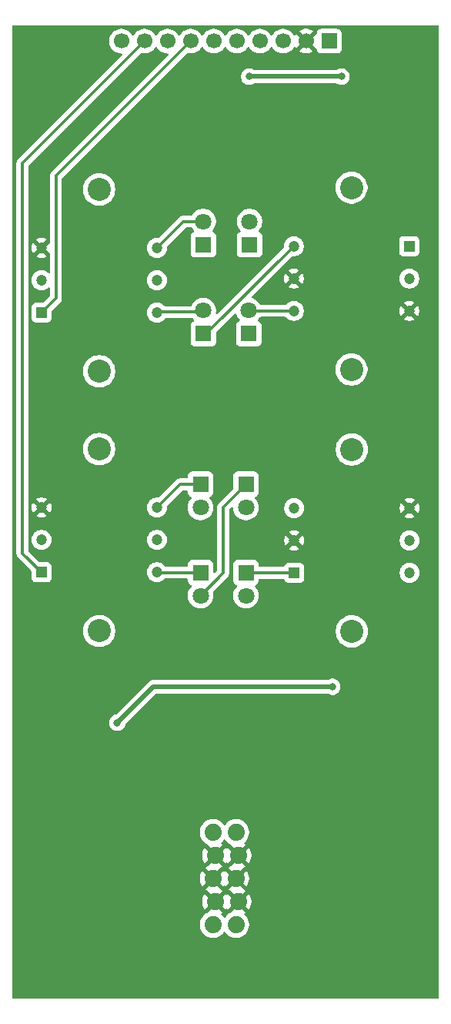
<source format=gbr>
%TF.GenerationSoftware,KiCad,Pcbnew,9.0.6*%
%TF.CreationDate,2025-12-17T11:15:49-05:00*%
%TF.ProjectId,lichen-crustose-processing-board,6c696368-656e-42d6-9372-7573746f7365,1.0*%
%TF.SameCoordinates,Original*%
%TF.FileFunction,Copper,L2,Bot*%
%TF.FilePolarity,Positive*%
%FSLAX46Y46*%
G04 Gerber Fmt 4.6, Leading zero omitted, Abs format (unit mm)*
G04 Created by KiCad (PCBNEW 9.0.6) date 2025-12-17 11:15:49*
%MOMM*%
%LPD*%
G01*
G04 APERTURE LIST*
%TA.AperFunction,ComponentPad*%
%ADD10C,4.400000*%
%TD*%
%TA.AperFunction,ComponentPad*%
%ADD11R,1.700000X1.700000*%
%TD*%
%TA.AperFunction,ComponentPad*%
%ADD12C,1.700000*%
%TD*%
%TA.AperFunction,WasherPad*%
%ADD13C,2.540000*%
%TD*%
%TA.AperFunction,ComponentPad*%
%ADD14R,1.200000X1.200000*%
%TD*%
%TA.AperFunction,ComponentPad*%
%ADD15C,1.200000*%
%TD*%
%TA.AperFunction,ComponentPad*%
%ADD16R,1.800000X1.800000*%
%TD*%
%TA.AperFunction,ComponentPad*%
%ADD17C,1.800000*%
%TD*%
%TA.AperFunction,ComponentPad*%
%ADD18C,1.879600*%
%TD*%
%TA.AperFunction,ViaPad*%
%ADD19C,0.800000*%
%TD*%
%TA.AperFunction,ViaPad*%
%ADD20C,0.600000*%
%TD*%
%TA.AperFunction,Conductor*%
%ADD21C,0.500000*%
%TD*%
%TA.AperFunction,Conductor*%
%ADD22C,0.300000*%
%TD*%
G04 APERTURE END LIST*
D10*
%TO.P,H2,1,1*%
%TO.N,GND*%
X137750000Y-210000000D03*
%TD*%
D11*
%TO.P,CONN1,1,Pin_1*%
%TO.N,+12V*%
X136650000Y-112500000D03*
D12*
%TO.P,CONN1,2,Pin_2*%
%TO.N,GND*%
X134110000Y-112500000D03*
%TO.P,CONN1,3,Pin_3*%
%TO.N,/RM_R_SOCKET*%
X131570000Y-112500000D03*
%TO.P,CONN1,4,Pin_4*%
%TO.N,/RM_L_SOCKET*%
X129030000Y-112500000D03*
%TO.P,CONN1,5,Pin_5*%
%TO.N,-2.5V*%
X126490000Y-112500000D03*
%TO.P,CONN1,6,Pin_6*%
%TO.N,-12V*%
X123950000Y-112500000D03*
%TO.P,CONN1,7,Pin_7*%
%TO.N,/PROGRAM_L_SOCKET*%
X121410000Y-112500000D03*
%TO.P,CONN1,8,Pin_8*%
%TO.N,/CARRER_L_SOCKET*%
X118870000Y-112500000D03*
%TO.P,CONN1,9,Pin_9*%
%TO.N,/PROGRAM_R_SOCKET*%
X116330000Y-112500000D03*
%TO.P,CONN1,10,Pin_10*%
%TO.N,/CARRIER_R_SOCKET*%
X113790000Y-112500000D03*
%TD*%
D10*
%TO.P,H1,1,1*%
%TO.N,GND*%
X112750000Y-210000000D03*
%TD*%
D13*
%TO.P,TR2,*%
%TO.N,*%
X111350000Y-157356000D03*
X111350000Y-177356000D03*
D14*
%TO.P,TR2,1*%
%TO.N,/PROGRAM_R_SOCKET*%
X105000000Y-170912000D03*
D15*
%TO.P,TR2,2*%
%TO.N,unconnected-(TR2-Pad2)*%
X105000000Y-167356000D03*
%TO.P,TR2,3*%
%TO.N,GND*%
X105000000Y-163800000D03*
%TO.P,TR2,4*%
%TO.N,Net-(LED6-A)*%
X117700000Y-163800000D03*
%TO.P,TR2,5*%
%TO.N,/CARRIER_R_SOCKET*%
X117700000Y-167356000D03*
%TO.P,TR2,6*%
%TO.N,Net-(LED2-K)*%
X117700000Y-170912000D03*
%TD*%
D13*
%TO.P,TR4,*%
%TO.N,*%
X139150000Y-157400000D03*
X139150000Y-177400000D03*
D14*
%TO.P,TR4,1*%
%TO.N,Net-(LED5-K)*%
X132800000Y-170956000D03*
D15*
%TO.P,TR4,2*%
%TO.N,GND*%
X132800000Y-167400000D03*
%TO.P,TR4,3*%
%TO.N,Net-(LED2-A)*%
X132800000Y-163844000D03*
%TO.P,TR4,4*%
%TO.N,GND*%
X145500000Y-163844000D03*
%TO.P,TR4,5*%
%TO.N,unconnected-(TR4-Pad5)*%
X145500000Y-167400000D03*
%TO.P,TR4,6*%
%TO.N,/RM_L_SOCKET*%
X145500000Y-170956000D03*
%TD*%
D16*
%TO.P,LED3,1,K*%
%TO.N,Net-(LED3-K)*%
X122800000Y-144670000D03*
D17*
%TO.P,LED3,2,A*%
%TO.N,Net-(LED1-K)*%
X122800000Y-142130000D03*
%TD*%
D16*
%TO.P,LED4,1,K*%
%TO.N,Net-(LED1-A)*%
X122800000Y-134870000D03*
D17*
%TO.P,LED4,2,A*%
%TO.N,Net-(LED4-A)*%
X122800000Y-132330000D03*
%TD*%
D18*
%TO.P,PWR1,1,-12V*%
%TO.N,/Power/-12V_In*%
X123853000Y-209660000D03*
%TO.P,PWR1,2,-12V*%
X126393000Y-209660000D03*
%TO.P,PWR1,3,GND*%
%TO.N,GND*%
X124107000Y-207120000D03*
%TO.P,PWR1,4,GND*%
X126647000Y-207120000D03*
%TO.P,PWR1,5,GND*%
X123853000Y-204580000D03*
%TO.P,PWR1,6,GND*%
X126393000Y-204580000D03*
%TO.P,PWR1,7,GND*%
X124107000Y-202040000D03*
%TO.P,PWR1,8,GND*%
X126647000Y-202040000D03*
%TO.P,PWR1,9,+12V*%
%TO.N,/Power/+12V_In*%
X123853000Y-199500000D03*
%TO.P,PWR1,10,+12V*%
X126393000Y-199500000D03*
%TD*%
D13*
%TO.P,TR3,*%
%TO.N,*%
X139099500Y-148600000D03*
X139099500Y-128600000D03*
D14*
%TO.P,TR3,1*%
%TO.N,/RM_R_SOCKET*%
X145449500Y-135044000D03*
D15*
%TO.P,TR3,2*%
%TO.N,unconnected-(TR3-Pad2)*%
X145449500Y-138600000D03*
%TO.P,TR3,3*%
%TO.N,GND*%
X145449500Y-142156000D03*
%TO.P,TR3,4*%
%TO.N,Net-(LED1-A)*%
X132749500Y-142156000D03*
%TO.P,TR3,5*%
%TO.N,GND*%
X132749500Y-138600000D03*
%TO.P,TR3,6*%
%TO.N,Net-(LED3-K)*%
X132749500Y-135044000D03*
%TD*%
D13*
%TO.P,TR1,*%
%TO.N,*%
X111350000Y-128800000D03*
X111350000Y-148800000D03*
D14*
%TO.P,TR1,1*%
%TO.N,/PROGRAM_L_SOCKET*%
X105000000Y-142356000D03*
D15*
%TO.P,TR1,2*%
%TO.N,unconnected-(TR1-Pad2)*%
X105000000Y-138800000D03*
%TO.P,TR1,3*%
%TO.N,GND*%
X105000000Y-135244000D03*
%TO.P,TR1,4*%
%TO.N,Net-(LED4-A)*%
X117700000Y-135244000D03*
%TO.P,TR1,5*%
%TO.N,/CARRER_L_SOCKET*%
X117700000Y-138800000D03*
%TO.P,TR1,6*%
%TO.N,Net-(LED1-K)*%
X117700000Y-142356000D03*
%TD*%
D16*
%TO.P,LED1,1,K*%
%TO.N,Net-(LED1-K)*%
X127800000Y-144670000D03*
D17*
%TO.P,LED1,2,A*%
%TO.N,Net-(LED1-A)*%
X127800000Y-142130000D03*
%TD*%
D16*
%TO.P,LED2,1,K*%
%TO.N,Net-(LED2-K)*%
X122500000Y-170930000D03*
D17*
%TO.P,LED2,2,A*%
%TO.N,Net-(LED2-A)*%
X122500000Y-173470000D03*
%TD*%
D16*
%TO.P,LED7,1,K*%
%TO.N,Net-(LED4-A)*%
X127900000Y-134870000D03*
D17*
%TO.P,LED7,2,A*%
%TO.N,Net-(LED3-K)*%
X127900000Y-132330000D03*
%TD*%
D16*
%TO.P,LED8,1,K*%
%TO.N,Net-(LED6-A)*%
X122500000Y-161230000D03*
D17*
%TO.P,LED8,2,A*%
%TO.N,Net-(LED5-K)*%
X122500000Y-163770000D03*
%TD*%
D16*
%TO.P,LED6,1,K*%
%TO.N,Net-(LED2-A)*%
X127500000Y-161230000D03*
D17*
%TO.P,LED6,2,A*%
%TO.N,Net-(LED6-A)*%
X127500000Y-163770000D03*
%TD*%
D16*
%TO.P,LED5,1,K*%
%TO.N,Net-(LED5-K)*%
X127500000Y-170930000D03*
D17*
%TO.P,LED5,2,A*%
%TO.N,Net-(LED2-K)*%
X127500000Y-173470000D03*
%TD*%
D19*
%TO.N,-12V*%
X127850000Y-116400000D03*
X138000000Y-116400000D03*
D20*
%TO.N,GND*%
X130455000Y-199035000D03*
X117755000Y-155855000D03*
X117755000Y-127915000D03*
X102515000Y-201575000D03*
X135535000Y-193955000D03*
X102515000Y-171095000D03*
X145695000Y-148235000D03*
X132995000Y-122835000D03*
X138075000Y-186335000D03*
X112675000Y-160935000D03*
X122835000Y-130455000D03*
X140615000Y-145695000D03*
X127915000Y-216815000D03*
X117755000Y-148235000D03*
X107595000Y-166015000D03*
X102515000Y-216815000D03*
X117755000Y-186335000D03*
X143155000Y-181255000D03*
X145695000Y-186335000D03*
X140615000Y-173635000D03*
X105055000Y-153315000D03*
X112675000Y-193955000D03*
X140615000Y-214275000D03*
X120295000Y-216815000D03*
X102515000Y-178715000D03*
X102515000Y-120295000D03*
X107595000Y-211735000D03*
X125375000Y-145695000D03*
X112675000Y-201575000D03*
X140615000Y-191415000D03*
X127915000Y-120295000D03*
X132995000Y-178715000D03*
X138075000Y-132995000D03*
X145695000Y-155855000D03*
X107595000Y-132995000D03*
X130455000Y-173635000D03*
X107595000Y-140615000D03*
X112675000Y-150775000D03*
X115215000Y-173635000D03*
X107595000Y-188875000D03*
X112675000Y-168555000D03*
X130455000Y-186335000D03*
X122835000Y-176175000D03*
X145695000Y-209195000D03*
X112675000Y-143155000D03*
X143155000Y-117755000D03*
X132995000Y-130455000D03*
X130455000Y-158395000D03*
X117755000Y-140615000D03*
X120295000Y-209195000D03*
X127915000Y-153315000D03*
X120295000Y-191415000D03*
X112675000Y-125375000D03*
X110135000Y-216815000D03*
X117755000Y-120295000D03*
X107595000Y-173635000D03*
X145695000Y-216815000D03*
X132995000Y-211735000D03*
X138075000Y-125375000D03*
X107595000Y-196495000D03*
X115215000Y-206655000D03*
X140615000Y-199035000D03*
X122835000Y-168555000D03*
X125375000Y-188875000D03*
X127915000Y-127915000D03*
X140615000Y-206655000D03*
X145695000Y-140615000D03*
X117755000Y-178715000D03*
X140615000Y-112675000D03*
X102515000Y-186335000D03*
X122835000Y-158395000D03*
X102515000Y-209195000D03*
X102515000Y-112675000D03*
X127915000Y-193955000D03*
X135535000Y-204115000D03*
X130455000Y-206655000D03*
X130455000Y-148235000D03*
X105055000Y-145695000D03*
X138075000Y-140615000D03*
X112675000Y-183795000D03*
X105055000Y-127915000D03*
X138075000Y-150775000D03*
X107595000Y-115215000D03*
X138075000Y-160935000D03*
X102515000Y-193955000D03*
X120295000Y-163475000D03*
X120295000Y-135535000D03*
X125375000Y-181255000D03*
X145695000Y-201575000D03*
X107595000Y-204115000D03*
X122835000Y-196495000D03*
X122835000Y-115215000D03*
X135535000Y-115215000D03*
X120295000Y-201575000D03*
X145695000Y-193955000D03*
X122835000Y-150775000D03*
X122835000Y-122835000D03*
X105055000Y-160935000D03*
X112675000Y-135535000D03*
X115215000Y-214275000D03*
X125375000Y-211735000D03*
X127915000Y-166015000D03*
X138075000Y-168555000D03*
X135535000Y-216815000D03*
X107595000Y-181255000D03*
X130455000Y-140615000D03*
D19*
%TO.N,+12V*%
X137000000Y-183500000D03*
X113350000Y-187450000D03*
%TD*%
D21*
%TO.N,-12V*%
X127850000Y-116400000D02*
X138000000Y-116400000D01*
%TO.N,+12V*%
X113350000Y-187450000D02*
X117300000Y-183500000D01*
X117300000Y-183500000D02*
X137000000Y-183500000D01*
D22*
%TO.N,/PROGRAM_L_SOCKET*%
X106600000Y-140756000D02*
X106600000Y-127310000D01*
X106600000Y-127310000D02*
X121410000Y-112500000D01*
X105000000Y-142356000D02*
X106600000Y-140756000D01*
%TO.N,/PROGRAM_R_SOCKET*%
X102900000Y-168812000D02*
X105000000Y-170912000D01*
X102900000Y-125930000D02*
X102900000Y-168812000D01*
X116330000Y-112500000D02*
X102900000Y-125930000D01*
%TO.N,Net-(LED1-K)*%
X122530000Y-142300000D02*
X117756000Y-142300000D01*
X117756000Y-142300000D02*
X117700000Y-142356000D01*
X122800000Y-142030000D02*
X122530000Y-142300000D01*
%TO.N,Net-(LED1-A)*%
X132749500Y-142156000D02*
X127926000Y-142156000D01*
X127926000Y-142156000D02*
X127800000Y-142030000D01*
X132812000Y-142100000D02*
X132800000Y-142112000D01*
%TO.N,Net-(LED2-K)*%
X122500000Y-170930000D02*
X117718000Y-170930000D01*
X117718000Y-170930000D02*
X117700000Y-170912000D01*
%TO.N,Net-(LED2-A)*%
X122500000Y-173470000D02*
X125000000Y-170970000D01*
X125000000Y-170970000D02*
X125000000Y-163730000D01*
X125000000Y-163730000D02*
X127500000Y-161230000D01*
%TO.N,Net-(LED3-K)*%
X122800000Y-144670000D02*
X123123500Y-144670000D01*
X123123500Y-144670000D02*
X132749500Y-135044000D01*
%TO.N,Net-(LED4-A)*%
X128023500Y-135044000D02*
X127849500Y-134870000D01*
X120614000Y-132330000D02*
X117700000Y-135244000D01*
X122800000Y-132330000D02*
X120614000Y-132330000D01*
%TO.N,Net-(LED5-K)*%
X132800000Y-170956000D02*
X127526000Y-170956000D01*
X127526000Y-170956000D02*
X127500000Y-170930000D01*
%TO.N,Net-(LED6-A)*%
X120270000Y-161230000D02*
X117700000Y-163800000D01*
X122500000Y-161230000D02*
X120270000Y-161230000D01*
%TD*%
%TA.AperFunction,Conductor*%
%TO.N,GND*%
G36*
X126173619Y-207316081D02*
G01*
X126240498Y-207431920D01*
X126335080Y-207526502D01*
X126450919Y-207593381D01*
X126511057Y-207609494D01*
X125803239Y-208317312D01*
X125802804Y-208319384D01*
X125753750Y-208369138D01*
X125749848Y-208371214D01*
X125638119Y-208428143D01*
X125638118Y-208428144D01*
X125454713Y-208561394D01*
X125454708Y-208561398D01*
X125294398Y-208721708D01*
X125294394Y-208721713D01*
X125223318Y-208819542D01*
X125167988Y-208862208D01*
X125098375Y-208868187D01*
X125036580Y-208835582D01*
X125022682Y-208819542D01*
X124951605Y-208721713D01*
X124951601Y-208721708D01*
X124796615Y-208566722D01*
X124763130Y-208505399D01*
X124768114Y-208435707D01*
X124809986Y-208379774D01*
X124828003Y-208368556D01*
X124861613Y-208351431D01*
X124861618Y-208351428D01*
X124933006Y-208299559D01*
X124242942Y-207609495D01*
X124303081Y-207593381D01*
X124418920Y-207526502D01*
X124513502Y-207431920D01*
X124580381Y-207316081D01*
X124596494Y-207255942D01*
X125286559Y-207946007D01*
X125295193Y-207945327D01*
X125332011Y-207916937D01*
X125401624Y-207910958D01*
X125463419Y-207943564D01*
X125465396Y-207945846D01*
X125467439Y-207946007D01*
X126157504Y-207255941D01*
X126173619Y-207316081D01*
G37*
%TD.AperFunction*%
%TA.AperFunction,Conductor*%
G36*
X125919619Y-204776081D02*
G01*
X125986498Y-204891920D01*
X126081080Y-204986502D01*
X126196919Y-205053381D01*
X126257057Y-205069494D01*
X125566991Y-205759559D01*
X125638381Y-205811428D01*
X125737644Y-205862004D01*
X125739142Y-205862714D01*
X125750308Y-205868457D01*
X125755073Y-205872992D01*
X125755312Y-205872665D01*
X125755557Y-205872843D01*
X125755295Y-205873203D01*
X125775397Y-205892334D01*
X125800686Y-205916220D01*
X125800744Y-205916457D01*
X125800921Y-205916625D01*
X125802126Y-205921573D01*
X126511058Y-206630504D01*
X126450919Y-206646619D01*
X126335080Y-206713498D01*
X126240498Y-206808080D01*
X126173619Y-206923919D01*
X126157504Y-206984057D01*
X125467439Y-206293991D01*
X125458801Y-206294671D01*
X125421986Y-206323060D01*
X125352373Y-206329039D01*
X125290578Y-206296433D01*
X125288602Y-206294152D01*
X125286559Y-206293991D01*
X124596494Y-206984056D01*
X124580381Y-206923919D01*
X124513502Y-206808080D01*
X124418920Y-206713498D01*
X124303081Y-206646619D01*
X124242941Y-206630504D01*
X124933007Y-205940439D01*
X124861620Y-205888573D01*
X124762795Y-205838218D01*
X124760870Y-205837290D01*
X124749704Y-205831549D01*
X124745124Y-205827192D01*
X124744908Y-205827492D01*
X124744666Y-205827317D01*
X124744906Y-205826984D01*
X124724550Y-205807617D01*
X124699312Y-205783782D01*
X124699254Y-205783551D01*
X124699084Y-205783389D01*
X124697874Y-205778426D01*
X123988942Y-205069495D01*
X124049081Y-205053381D01*
X124164920Y-204986502D01*
X124259502Y-204891920D01*
X124326381Y-204776081D01*
X124342495Y-204715942D01*
X125032559Y-205406006D01*
X125041193Y-205405327D01*
X125078011Y-205376937D01*
X125147624Y-205370958D01*
X125209419Y-205403564D01*
X125211396Y-205405846D01*
X125213439Y-205406007D01*
X125903504Y-204715941D01*
X125919619Y-204776081D01*
G37*
%TD.AperFunction*%
%TA.AperFunction,Conductor*%
G36*
X126173619Y-202236081D02*
G01*
X126240498Y-202351920D01*
X126335080Y-202446502D01*
X126450919Y-202513381D01*
X126511057Y-202529495D01*
X125803434Y-203237118D01*
X125802843Y-203239930D01*
X125788971Y-203253998D01*
X125779076Y-203271098D01*
X125756012Y-203287423D01*
X125753786Y-203289681D01*
X125750306Y-203291542D01*
X125739139Y-203297285D01*
X125738978Y-203297315D01*
X125738978Y-203297316D01*
X125738977Y-203297315D01*
X125738592Y-203297389D01*
X125738642Y-203297486D01*
X125638380Y-203348572D01*
X125638376Y-203348574D01*
X125566992Y-203400438D01*
X125566991Y-203400439D01*
X126257057Y-204090504D01*
X126196919Y-204106619D01*
X126081080Y-204173498D01*
X125986498Y-204268080D01*
X125919619Y-204383919D01*
X125903504Y-204444057D01*
X125213439Y-203753991D01*
X125204801Y-203754671D01*
X125167986Y-203783060D01*
X125098373Y-203789039D01*
X125036578Y-203756433D01*
X125034602Y-203754152D01*
X125032559Y-203753991D01*
X124342494Y-204444056D01*
X124326381Y-204383919D01*
X124259502Y-204268080D01*
X124164920Y-204173498D01*
X124049081Y-204106619D01*
X123988940Y-204090504D01*
X124696555Y-203382891D01*
X124697144Y-203380089D01*
X124746190Y-203330328D01*
X124750117Y-203328238D01*
X124761041Y-203322673D01*
X124762841Y-203326208D01*
X124763177Y-203326088D01*
X124761356Y-203322513D01*
X124861617Y-203271428D01*
X124861618Y-203271428D01*
X124933006Y-203219559D01*
X124242942Y-202529495D01*
X124303081Y-202513381D01*
X124418920Y-202446502D01*
X124513502Y-202351920D01*
X124580381Y-202236081D01*
X124596494Y-202175942D01*
X125286559Y-202866007D01*
X125295193Y-202865327D01*
X125332011Y-202836937D01*
X125401624Y-202830958D01*
X125463419Y-202863564D01*
X125465396Y-202865846D01*
X125467439Y-202866007D01*
X126157504Y-202175941D01*
X126173619Y-202236081D01*
G37*
%TD.AperFunction*%
%TA.AperFunction,Conductor*%
G36*
X125209420Y-200324417D02*
G01*
X125223315Y-200340453D01*
X125294394Y-200438285D01*
X125294400Y-200438293D01*
X125454708Y-200598601D01*
X125454713Y-200598605D01*
X125638113Y-200731852D01*
X125638115Y-200731853D01*
X125638118Y-200731855D01*
X125749849Y-200788785D01*
X125800644Y-200836758D01*
X125801741Y-200841188D01*
X126511058Y-201550504D01*
X126450919Y-201566619D01*
X126335080Y-201633498D01*
X126240498Y-201728080D01*
X126173619Y-201843919D01*
X126157504Y-201904057D01*
X125467439Y-201213991D01*
X125458801Y-201214671D01*
X125421986Y-201243060D01*
X125352373Y-201249039D01*
X125290578Y-201216433D01*
X125288602Y-201214152D01*
X125286559Y-201213991D01*
X124596494Y-201904056D01*
X124580381Y-201843919D01*
X124513502Y-201728080D01*
X124418920Y-201633498D01*
X124303081Y-201566619D01*
X124242941Y-201550504D01*
X124933007Y-200860439D01*
X124861617Y-200808571D01*
X124828000Y-200791442D01*
X124777205Y-200743468D01*
X124760410Y-200675646D01*
X124782948Y-200609512D01*
X124796604Y-200593288D01*
X124951600Y-200438293D01*
X125022682Y-200340456D01*
X125078011Y-200297791D01*
X125147624Y-200291812D01*
X125209420Y-200324417D01*
G37*
%TD.AperFunction*%
%TA.AperFunction,Conductor*%
G36*
X148672539Y-110770185D02*
G01*
X148718294Y-110822989D01*
X148729500Y-110874500D01*
X148729500Y-217625500D01*
X148709815Y-217692539D01*
X148657011Y-217738294D01*
X148605500Y-217749500D01*
X101894500Y-217749500D01*
X101827461Y-217729815D01*
X101781706Y-217677011D01*
X101770500Y-217625500D01*
X101770500Y-199386646D01*
X122412700Y-199386646D01*
X122412700Y-199613353D01*
X122448165Y-199837272D01*
X122518219Y-200052880D01*
X122518220Y-200052883D01*
X122621147Y-200254885D01*
X122754394Y-200438286D01*
X122754398Y-200438291D01*
X122914708Y-200598601D01*
X122914713Y-200598605D01*
X123098113Y-200731852D01*
X123098115Y-200731853D01*
X123098118Y-200731855D01*
X123209849Y-200788785D01*
X123260644Y-200836758D01*
X123261741Y-200841188D01*
X123971058Y-201550504D01*
X123910919Y-201566619D01*
X123795080Y-201633498D01*
X123700498Y-201728080D01*
X123633619Y-201843919D01*
X123617504Y-201904057D01*
X122927439Y-201213991D01*
X122927438Y-201213992D01*
X122875575Y-201285376D01*
X122772683Y-201487311D01*
X122702653Y-201702841D01*
X122702653Y-201702844D01*
X122667200Y-201926685D01*
X122667200Y-202153314D01*
X122702653Y-202377155D01*
X122702653Y-202377158D01*
X122772683Y-202592688D01*
X122875573Y-202794620D01*
X122927439Y-202866006D01*
X122927439Y-202866007D01*
X123617504Y-202175941D01*
X123633619Y-202236081D01*
X123700498Y-202351920D01*
X123795080Y-202446502D01*
X123910919Y-202513381D01*
X123971057Y-202529495D01*
X123263434Y-203237118D01*
X123262843Y-203239930D01*
X123248971Y-203253998D01*
X123239076Y-203271098D01*
X123216012Y-203287423D01*
X123213786Y-203289681D01*
X123210306Y-203291542D01*
X123199139Y-203297285D01*
X123198978Y-203297315D01*
X123198978Y-203297316D01*
X123198977Y-203297315D01*
X123198592Y-203297389D01*
X123198642Y-203297486D01*
X123098380Y-203348572D01*
X123098376Y-203348574D01*
X123026992Y-203400438D01*
X123026991Y-203400439D01*
X123717057Y-204090504D01*
X123656919Y-204106619D01*
X123541080Y-204173498D01*
X123446498Y-204268080D01*
X123379619Y-204383919D01*
X123363504Y-204444057D01*
X122673439Y-203753991D01*
X122673438Y-203753992D01*
X122621575Y-203825376D01*
X122518683Y-204027311D01*
X122448653Y-204242841D01*
X122448653Y-204242844D01*
X122413200Y-204466685D01*
X122413200Y-204693314D01*
X122448653Y-204917155D01*
X122448653Y-204917158D01*
X122518683Y-205132688D01*
X122621573Y-205334620D01*
X122673439Y-205406006D01*
X122673439Y-205406007D01*
X123363504Y-204715941D01*
X123379619Y-204776081D01*
X123446498Y-204891920D01*
X123541080Y-204986502D01*
X123656919Y-205053381D01*
X123717057Y-205069494D01*
X123026991Y-205759559D01*
X123098381Y-205811428D01*
X123197644Y-205862004D01*
X123199142Y-205862714D01*
X123210308Y-205868457D01*
X123215073Y-205872992D01*
X123215312Y-205872665D01*
X123215557Y-205872843D01*
X123215295Y-205873203D01*
X123235397Y-205892334D01*
X123260686Y-205916220D01*
X123260744Y-205916457D01*
X123260921Y-205916625D01*
X123262126Y-205921573D01*
X123971058Y-206630504D01*
X123910919Y-206646619D01*
X123795080Y-206713498D01*
X123700498Y-206808080D01*
X123633619Y-206923919D01*
X123617504Y-206984057D01*
X122927439Y-206293991D01*
X122927438Y-206293992D01*
X122875575Y-206365376D01*
X122772683Y-206567311D01*
X122702653Y-206782841D01*
X122702653Y-206782844D01*
X122667200Y-207006685D01*
X122667200Y-207233314D01*
X122702653Y-207457155D01*
X122702653Y-207457158D01*
X122772683Y-207672688D01*
X122875573Y-207874620D01*
X122927439Y-207946006D01*
X122927439Y-207946007D01*
X123617504Y-207255941D01*
X123633619Y-207316081D01*
X123700498Y-207431920D01*
X123795080Y-207526502D01*
X123910919Y-207593381D01*
X123971057Y-207609494D01*
X123263239Y-208317312D01*
X123262804Y-208319384D01*
X123213750Y-208369138D01*
X123209848Y-208371214D01*
X123098119Y-208428143D01*
X123098118Y-208428144D01*
X122914713Y-208561394D01*
X122914708Y-208561398D01*
X122754398Y-208721708D01*
X122754394Y-208721713D01*
X122621147Y-208905114D01*
X122518220Y-209107116D01*
X122518219Y-209107119D01*
X122448165Y-209322727D01*
X122412700Y-209546646D01*
X122412700Y-209773353D01*
X122448165Y-209997272D01*
X122518219Y-210212880D01*
X122518220Y-210212883D01*
X122621147Y-210414885D01*
X122754394Y-210598286D01*
X122754398Y-210598291D01*
X122914708Y-210758601D01*
X122914713Y-210758605D01*
X123074684Y-210874829D01*
X123098118Y-210891855D01*
X123230166Y-210959137D01*
X123300116Y-210994779D01*
X123300119Y-210994780D01*
X123407923Y-211029807D01*
X123515729Y-211064835D01*
X123739646Y-211100300D01*
X123739647Y-211100300D01*
X123966353Y-211100300D01*
X123966354Y-211100300D01*
X124190271Y-211064835D01*
X124405883Y-210994779D01*
X124607882Y-210891855D01*
X124791293Y-210758600D01*
X124951600Y-210598293D01*
X125022682Y-210500456D01*
X125078011Y-210457791D01*
X125147624Y-210451812D01*
X125209420Y-210484417D01*
X125223315Y-210500453D01*
X125294395Y-210598286D01*
X125294400Y-210598293D01*
X125454708Y-210758601D01*
X125454713Y-210758605D01*
X125614684Y-210874829D01*
X125638118Y-210891855D01*
X125770166Y-210959137D01*
X125840116Y-210994779D01*
X125840119Y-210994780D01*
X125947923Y-211029807D01*
X126055729Y-211064835D01*
X126279646Y-211100300D01*
X126279647Y-211100300D01*
X126506353Y-211100300D01*
X126506354Y-211100300D01*
X126730271Y-211064835D01*
X126945883Y-210994779D01*
X127147882Y-210891855D01*
X127331293Y-210758600D01*
X127491600Y-210598293D01*
X127624855Y-210414882D01*
X127727779Y-210212883D01*
X127797835Y-209997271D01*
X127833300Y-209773354D01*
X127833300Y-209546646D01*
X127797835Y-209322729D01*
X127727779Y-209107117D01*
X127727779Y-209107116D01*
X127692137Y-209037166D01*
X127624855Y-208905118D01*
X127593679Y-208862208D01*
X127491605Y-208721713D01*
X127491601Y-208721708D01*
X127336615Y-208566722D01*
X127303130Y-208505399D01*
X127308114Y-208435707D01*
X127349986Y-208379774D01*
X127368003Y-208368556D01*
X127401613Y-208351431D01*
X127401618Y-208351428D01*
X127473006Y-208299559D01*
X126782942Y-207609495D01*
X126843081Y-207593381D01*
X126958920Y-207526502D01*
X127053502Y-207431920D01*
X127120381Y-207316081D01*
X127136495Y-207255942D01*
X127826559Y-207946006D01*
X127878426Y-207874620D01*
X127981316Y-207672688D01*
X128051346Y-207457158D01*
X128051346Y-207457155D01*
X128086800Y-207233314D01*
X128086800Y-207006685D01*
X128051346Y-206782844D01*
X128051346Y-206782841D01*
X127981316Y-206567311D01*
X127878426Y-206365379D01*
X127826559Y-206293992D01*
X127826559Y-206293991D01*
X127136494Y-206984056D01*
X127120381Y-206923919D01*
X127053502Y-206808080D01*
X126958920Y-206713498D01*
X126843081Y-206646619D01*
X126782941Y-206630504D01*
X127473007Y-205940439D01*
X127401620Y-205888573D01*
X127302795Y-205838218D01*
X127300870Y-205837290D01*
X127289704Y-205831549D01*
X127285124Y-205827192D01*
X127284908Y-205827492D01*
X127284666Y-205827317D01*
X127284906Y-205826984D01*
X127264550Y-205807617D01*
X127239312Y-205783782D01*
X127239254Y-205783551D01*
X127239084Y-205783389D01*
X127237874Y-205778426D01*
X126528942Y-205069495D01*
X126589081Y-205053381D01*
X126704920Y-204986502D01*
X126799502Y-204891920D01*
X126866381Y-204776081D01*
X126882495Y-204715942D01*
X127572559Y-205406006D01*
X127624426Y-205334620D01*
X127727316Y-205132688D01*
X127797346Y-204917158D01*
X127797346Y-204917155D01*
X127832800Y-204693314D01*
X127832800Y-204466685D01*
X127797346Y-204242844D01*
X127797346Y-204242841D01*
X127727316Y-204027311D01*
X127624426Y-203825379D01*
X127572559Y-203753992D01*
X127572559Y-203753991D01*
X126882494Y-204444056D01*
X126866381Y-204383919D01*
X126799502Y-204268080D01*
X126704920Y-204173498D01*
X126589081Y-204106619D01*
X126528940Y-204090504D01*
X127236555Y-203382891D01*
X127237144Y-203380089D01*
X127251022Y-203366008D01*
X127260928Y-203348893D01*
X127283945Y-203332604D01*
X127286190Y-203330328D01*
X127289700Y-203328451D01*
X127300867Y-203322709D01*
X127301032Y-203322677D01*
X127301041Y-203322673D01*
X127301042Y-203322675D01*
X127301403Y-203322606D01*
X127301356Y-203322513D01*
X127401617Y-203271428D01*
X127401618Y-203271428D01*
X127473006Y-203219559D01*
X126782942Y-202529495D01*
X126843081Y-202513381D01*
X126958920Y-202446502D01*
X127053502Y-202351920D01*
X127120381Y-202236081D01*
X127136495Y-202175942D01*
X127826559Y-202866006D01*
X127878426Y-202794620D01*
X127981316Y-202592688D01*
X128051346Y-202377158D01*
X128051346Y-202377155D01*
X128086800Y-202153314D01*
X128086800Y-201926685D01*
X128051346Y-201702844D01*
X128051346Y-201702841D01*
X127981316Y-201487311D01*
X127878426Y-201285379D01*
X127826559Y-201213992D01*
X127826559Y-201213991D01*
X127136494Y-201904056D01*
X127120381Y-201843919D01*
X127053502Y-201728080D01*
X126958920Y-201633498D01*
X126843081Y-201566619D01*
X126782941Y-201550504D01*
X127473007Y-200860439D01*
X127401617Y-200808571D01*
X127368000Y-200791442D01*
X127317205Y-200743468D01*
X127300410Y-200675646D01*
X127322948Y-200609512D01*
X127336604Y-200593288D01*
X127491600Y-200438293D01*
X127624855Y-200254882D01*
X127727779Y-200052883D01*
X127797835Y-199837271D01*
X127833300Y-199613354D01*
X127833300Y-199386646D01*
X127797835Y-199162729D01*
X127727779Y-198947117D01*
X127727779Y-198947116D01*
X127692137Y-198877166D01*
X127624855Y-198745118D01*
X127593679Y-198702208D01*
X127491605Y-198561713D01*
X127491601Y-198561708D01*
X127331291Y-198401398D01*
X127331286Y-198401394D01*
X127147885Y-198268147D01*
X127147884Y-198268146D01*
X127147882Y-198268145D01*
X127083166Y-198235170D01*
X126945883Y-198165220D01*
X126945880Y-198165219D01*
X126730272Y-198095165D01*
X126618312Y-198077432D01*
X126506354Y-198059700D01*
X126279646Y-198059700D01*
X126205007Y-198071521D01*
X126055727Y-198095165D01*
X125840119Y-198165219D01*
X125840116Y-198165220D01*
X125638114Y-198268147D01*
X125454713Y-198401394D01*
X125454708Y-198401398D01*
X125294398Y-198561708D01*
X125294394Y-198561713D01*
X125223318Y-198659542D01*
X125167988Y-198702208D01*
X125098375Y-198708187D01*
X125036580Y-198675582D01*
X125022682Y-198659542D01*
X124951605Y-198561713D01*
X124951601Y-198561708D01*
X124791291Y-198401398D01*
X124791286Y-198401394D01*
X124607885Y-198268147D01*
X124607884Y-198268146D01*
X124607882Y-198268145D01*
X124543166Y-198235170D01*
X124405883Y-198165220D01*
X124405880Y-198165219D01*
X124190272Y-198095165D01*
X124078312Y-198077432D01*
X123966354Y-198059700D01*
X123739646Y-198059700D01*
X123665007Y-198071521D01*
X123515727Y-198095165D01*
X123300119Y-198165219D01*
X123300116Y-198165220D01*
X123098114Y-198268147D01*
X122914713Y-198401394D01*
X122914708Y-198401398D01*
X122754398Y-198561708D01*
X122754394Y-198561713D01*
X122621147Y-198745114D01*
X122518220Y-198947116D01*
X122518219Y-198947119D01*
X122448165Y-199162727D01*
X122412700Y-199386646D01*
X101770500Y-199386646D01*
X101770500Y-187361304D01*
X112449500Y-187361304D01*
X112449500Y-187538695D01*
X112484103Y-187712658D01*
X112484106Y-187712667D01*
X112551983Y-187876540D01*
X112551990Y-187876553D01*
X112650535Y-188024034D01*
X112650538Y-188024038D01*
X112775961Y-188149461D01*
X112775965Y-188149464D01*
X112923446Y-188248009D01*
X112923459Y-188248016D01*
X113046363Y-188298923D01*
X113087334Y-188315894D01*
X113087336Y-188315894D01*
X113087341Y-188315896D01*
X113261304Y-188350499D01*
X113261307Y-188350500D01*
X113261309Y-188350500D01*
X113438693Y-188350500D01*
X113438694Y-188350499D01*
X113496682Y-188338964D01*
X113612658Y-188315896D01*
X113612661Y-188315894D01*
X113612666Y-188315894D01*
X113776547Y-188248013D01*
X113924035Y-188149464D01*
X114049464Y-188024035D01*
X114148013Y-187876547D01*
X114215894Y-187712666D01*
X114225240Y-187665678D01*
X114257624Y-187603770D01*
X114259120Y-187602246D01*
X117574548Y-184286819D01*
X117635871Y-184253334D01*
X117662229Y-184250500D01*
X136464730Y-184250500D01*
X136531769Y-184270185D01*
X136533622Y-184271399D01*
X136573447Y-184298010D01*
X136573450Y-184298011D01*
X136573453Y-184298013D01*
X136737334Y-184365894D01*
X136737336Y-184365894D01*
X136737341Y-184365896D01*
X136911304Y-184400499D01*
X136911307Y-184400500D01*
X136911309Y-184400500D01*
X137088693Y-184400500D01*
X137088694Y-184400499D01*
X137146682Y-184388964D01*
X137262658Y-184365896D01*
X137262661Y-184365894D01*
X137262666Y-184365894D01*
X137426547Y-184298013D01*
X137574035Y-184199464D01*
X137699464Y-184074035D01*
X137798013Y-183926547D01*
X137865894Y-183762666D01*
X137900500Y-183588691D01*
X137900500Y-183411309D01*
X137900500Y-183411306D01*
X137900499Y-183411304D01*
X137865896Y-183237341D01*
X137865893Y-183237332D01*
X137798016Y-183073459D01*
X137798009Y-183073446D01*
X137699464Y-182925965D01*
X137699461Y-182925961D01*
X137574038Y-182800538D01*
X137574034Y-182800535D01*
X137426553Y-182701990D01*
X137426540Y-182701983D01*
X137262667Y-182634106D01*
X137262658Y-182634103D01*
X137088694Y-182599500D01*
X137088691Y-182599500D01*
X136911309Y-182599500D01*
X136911306Y-182599500D01*
X136737341Y-182634103D01*
X136737332Y-182634106D01*
X136573452Y-182701987D01*
X136573447Y-182701989D01*
X136533622Y-182728601D01*
X136466945Y-182749480D01*
X136464730Y-182749500D01*
X117226076Y-182749500D01*
X117197242Y-182755234D01*
X117197243Y-182755235D01*
X117081093Y-182778339D01*
X117081083Y-182778342D01*
X117001081Y-182811479D01*
X117001082Y-182811480D01*
X117001080Y-182811481D01*
X116944505Y-182834916D01*
X116878192Y-182879225D01*
X116821582Y-182917049D01*
X116821579Y-182917052D01*
X113197807Y-186540823D01*
X113136484Y-186574308D01*
X113134319Y-186574759D01*
X113087337Y-186584104D01*
X113087331Y-186584106D01*
X112923459Y-186651983D01*
X112923446Y-186651990D01*
X112775965Y-186750535D01*
X112775961Y-186750538D01*
X112650538Y-186875961D01*
X112650535Y-186875965D01*
X112551990Y-187023446D01*
X112551983Y-187023459D01*
X112484106Y-187187332D01*
X112484103Y-187187341D01*
X112449500Y-187361304D01*
X101770500Y-187361304D01*
X101770500Y-177239947D01*
X109579500Y-177239947D01*
X109579500Y-177472052D01*
X109606007Y-177673386D01*
X109609794Y-177702149D01*
X109621584Y-177746149D01*
X109669862Y-177926328D01*
X109758677Y-178140745D01*
X109758685Y-178140762D01*
X109874720Y-178341743D01*
X109874721Y-178341745D01*
X110016009Y-178525875D01*
X110016015Y-178525882D01*
X110180117Y-178689984D01*
X110180124Y-178689990D01*
X110364254Y-178831278D01*
X110364256Y-178831279D01*
X110565237Y-178947314D01*
X110565240Y-178947315D01*
X110565248Y-178947320D01*
X110779670Y-179036137D01*
X111003851Y-179096206D01*
X111233955Y-179126500D01*
X111233962Y-179126500D01*
X111466038Y-179126500D01*
X111466045Y-179126500D01*
X111696149Y-179096206D01*
X111920330Y-179036137D01*
X112134752Y-178947320D01*
X112335748Y-178831276D01*
X112519877Y-178689989D01*
X112683989Y-178525877D01*
X112825276Y-178341748D01*
X112941320Y-178140752D01*
X113030137Y-177926330D01*
X113090206Y-177702149D01*
X113120500Y-177472045D01*
X113120500Y-177283947D01*
X137379500Y-177283947D01*
X137379500Y-177516052D01*
X137409794Y-177746148D01*
X137469862Y-177970328D01*
X137558677Y-178184745D01*
X137558685Y-178184762D01*
X137674720Y-178385743D01*
X137674721Y-178385745D01*
X137816009Y-178569875D01*
X137816015Y-178569882D01*
X137980117Y-178733984D01*
X137980124Y-178733990D01*
X138164254Y-178875278D01*
X138164256Y-178875279D01*
X138365237Y-178991314D01*
X138365240Y-178991315D01*
X138365248Y-178991320D01*
X138579670Y-179080137D01*
X138803851Y-179140206D01*
X139033955Y-179170500D01*
X139033962Y-179170500D01*
X139266038Y-179170500D01*
X139266045Y-179170500D01*
X139496149Y-179140206D01*
X139720330Y-179080137D01*
X139934752Y-178991320D01*
X140135748Y-178875276D01*
X140319877Y-178733989D01*
X140483989Y-178569877D01*
X140625276Y-178385748D01*
X140741320Y-178184752D01*
X140830137Y-177970330D01*
X140890206Y-177746149D01*
X140920500Y-177516045D01*
X140920500Y-177283955D01*
X140890206Y-177053851D01*
X140830137Y-176829670D01*
X140741320Y-176615248D01*
X140741314Y-176615237D01*
X140625279Y-176414256D01*
X140625278Y-176414254D01*
X140483990Y-176230124D01*
X140483984Y-176230117D01*
X140319882Y-176066015D01*
X140319875Y-176066009D01*
X140135745Y-175924721D01*
X140135743Y-175924720D01*
X139934762Y-175808685D01*
X139934754Y-175808681D01*
X139934752Y-175808680D01*
X139934745Y-175808677D01*
X139720328Y-175719862D01*
X139556119Y-175675863D01*
X139496149Y-175659794D01*
X139467386Y-175656007D01*
X139266052Y-175629500D01*
X139266045Y-175629500D01*
X139033955Y-175629500D01*
X139033947Y-175629500D01*
X138803851Y-175659794D01*
X138579671Y-175719862D01*
X138365254Y-175808677D01*
X138365237Y-175808685D01*
X138164256Y-175924720D01*
X138164254Y-175924721D01*
X137980124Y-176066009D01*
X137980117Y-176066015D01*
X137816015Y-176230117D01*
X137816009Y-176230124D01*
X137674721Y-176414254D01*
X137674720Y-176414256D01*
X137558685Y-176615237D01*
X137558677Y-176615254D01*
X137469862Y-176829671D01*
X137409794Y-177053851D01*
X137379500Y-177283947D01*
X113120500Y-177283947D01*
X113120500Y-177239955D01*
X113090206Y-177009851D01*
X113030137Y-176785670D01*
X112941320Y-176571248D01*
X112941314Y-176571237D01*
X112825279Y-176370256D01*
X112825278Y-176370254D01*
X112683990Y-176186124D01*
X112683984Y-176186117D01*
X112519882Y-176022015D01*
X112519875Y-176022009D01*
X112335745Y-175880721D01*
X112335743Y-175880720D01*
X112134762Y-175764685D01*
X112134754Y-175764681D01*
X112134752Y-175764680D01*
X112026555Y-175719863D01*
X111920328Y-175675862D01*
X111778203Y-175637780D01*
X111696149Y-175615794D01*
X111667386Y-175612007D01*
X111466052Y-175585500D01*
X111466045Y-175585500D01*
X111233955Y-175585500D01*
X111233947Y-175585500D01*
X111003851Y-175615794D01*
X110779671Y-175675862D01*
X110565254Y-175764677D01*
X110565237Y-175764685D01*
X110364256Y-175880720D01*
X110364254Y-175880721D01*
X110180124Y-176022009D01*
X110180117Y-176022015D01*
X110016015Y-176186117D01*
X110016009Y-176186124D01*
X109874721Y-176370254D01*
X109874720Y-176370256D01*
X109758685Y-176571237D01*
X109758677Y-176571254D01*
X109669862Y-176785671D01*
X109609794Y-177009851D01*
X109579500Y-177239947D01*
X101770500Y-177239947D01*
X101770500Y-168876071D01*
X102249499Y-168876071D01*
X102274497Y-169001738D01*
X102274499Y-169001744D01*
X102323534Y-169120125D01*
X102394726Y-169226673D01*
X102394727Y-169226674D01*
X103863181Y-170695127D01*
X103896666Y-170756450D01*
X103899500Y-170782808D01*
X103899500Y-171559870D01*
X103899501Y-171559876D01*
X103905908Y-171619483D01*
X103956202Y-171754328D01*
X103956206Y-171754335D01*
X104042452Y-171869544D01*
X104042455Y-171869547D01*
X104157664Y-171955793D01*
X104157671Y-171955797D01*
X104292517Y-172006091D01*
X104292516Y-172006091D01*
X104299444Y-172006835D01*
X104352127Y-172012500D01*
X105647872Y-172012499D01*
X105707483Y-172006091D01*
X105842331Y-171955796D01*
X105957546Y-171869546D01*
X106043796Y-171754331D01*
X106094091Y-171619483D01*
X106100500Y-171559873D01*
X106100499Y-170825389D01*
X116599500Y-170825389D01*
X116599500Y-170998610D01*
X116625020Y-171159743D01*
X116626598Y-171169701D01*
X116680127Y-171334445D01*
X116758768Y-171488788D01*
X116860586Y-171628928D01*
X116983072Y-171751414D01*
X117123212Y-171853232D01*
X117277555Y-171931873D01*
X117442299Y-171985402D01*
X117613389Y-172012500D01*
X117613390Y-172012500D01*
X117786610Y-172012500D01*
X117786611Y-172012500D01*
X117957701Y-171985402D01*
X118122445Y-171931873D01*
X118276788Y-171853232D01*
X118416928Y-171751414D01*
X118539414Y-171628928D01*
X118539421Y-171628917D01*
X118542578Y-171625223D01*
X118544081Y-171626507D01*
X118592803Y-171588944D01*
X118637780Y-171580500D01*
X120975501Y-171580500D01*
X121042540Y-171600185D01*
X121088295Y-171652989D01*
X121099501Y-171704500D01*
X121099501Y-171877876D01*
X121105908Y-171937483D01*
X121156202Y-172072328D01*
X121156206Y-172072335D01*
X121242452Y-172187544D01*
X121242455Y-172187547D01*
X121357664Y-172273793D01*
X121357671Y-172273797D01*
X121437580Y-172303601D01*
X121493514Y-172345472D01*
X121517931Y-172410936D01*
X121503080Y-172479209D01*
X121481929Y-172507463D01*
X121431756Y-172557636D01*
X121431752Y-172557641D01*
X121302187Y-172735974D01*
X121202104Y-172932393D01*
X121202103Y-172932396D01*
X121133985Y-173142047D01*
X121099500Y-173359778D01*
X121099500Y-173580221D01*
X121133985Y-173797952D01*
X121202103Y-174007603D01*
X121202104Y-174007606D01*
X121302187Y-174204025D01*
X121431752Y-174382358D01*
X121431756Y-174382363D01*
X121587636Y-174538243D01*
X121587641Y-174538247D01*
X121743192Y-174651260D01*
X121765978Y-174667815D01*
X121894375Y-174733237D01*
X121962393Y-174767895D01*
X121962396Y-174767896D01*
X122067221Y-174801955D01*
X122172049Y-174836015D01*
X122389778Y-174870500D01*
X122389779Y-174870500D01*
X122610221Y-174870500D01*
X122610222Y-174870500D01*
X122827951Y-174836015D01*
X123037606Y-174767895D01*
X123234022Y-174667815D01*
X123412365Y-174538242D01*
X123568242Y-174382365D01*
X123697815Y-174204022D01*
X123797895Y-174007606D01*
X123866015Y-173797951D01*
X123900500Y-173580222D01*
X123900500Y-173359778D01*
X123866015Y-173142049D01*
X123860529Y-173125164D01*
X123858534Y-173055323D01*
X123890777Y-172999167D01*
X125505277Y-171384669D01*
X125576465Y-171278127D01*
X125625501Y-171159744D01*
X125628286Y-171145744D01*
X125650500Y-171034069D01*
X125650500Y-169982135D01*
X126099500Y-169982135D01*
X126099500Y-171877870D01*
X126099501Y-171877876D01*
X126105908Y-171937483D01*
X126156202Y-172072328D01*
X126156206Y-172072335D01*
X126242452Y-172187544D01*
X126242455Y-172187547D01*
X126357664Y-172273793D01*
X126357671Y-172273797D01*
X126437580Y-172303601D01*
X126493514Y-172345472D01*
X126517931Y-172410936D01*
X126503080Y-172479209D01*
X126481929Y-172507463D01*
X126431756Y-172557636D01*
X126431752Y-172557641D01*
X126302187Y-172735974D01*
X126202104Y-172932393D01*
X126202103Y-172932396D01*
X126133985Y-173142047D01*
X126099500Y-173359778D01*
X126099500Y-173580221D01*
X126133985Y-173797952D01*
X126202103Y-174007603D01*
X126202104Y-174007606D01*
X126302187Y-174204025D01*
X126431752Y-174382358D01*
X126431756Y-174382363D01*
X126587636Y-174538243D01*
X126587641Y-174538247D01*
X126743192Y-174651260D01*
X126765978Y-174667815D01*
X126894375Y-174733237D01*
X126962393Y-174767895D01*
X126962396Y-174767896D01*
X127067221Y-174801955D01*
X127172049Y-174836015D01*
X127389778Y-174870500D01*
X127389779Y-174870500D01*
X127610221Y-174870500D01*
X127610222Y-174870500D01*
X127827951Y-174836015D01*
X128037606Y-174767895D01*
X128234022Y-174667815D01*
X128412365Y-174538242D01*
X128568242Y-174382365D01*
X128697815Y-174204022D01*
X128797895Y-174007606D01*
X128866015Y-173797951D01*
X128900500Y-173580222D01*
X128900500Y-173359778D01*
X128866015Y-173142049D01*
X128797895Y-172932394D01*
X128797895Y-172932393D01*
X128763237Y-172864375D01*
X128697815Y-172735978D01*
X128681260Y-172713192D01*
X128568247Y-172557641D01*
X128568243Y-172557636D01*
X128518071Y-172507464D01*
X128484586Y-172446141D01*
X128489570Y-172376449D01*
X128531442Y-172320516D01*
X128562420Y-172303601D01*
X128642326Y-172273798D01*
X128642326Y-172273797D01*
X128642331Y-172273796D01*
X128757546Y-172187546D01*
X128843796Y-172072331D01*
X128894091Y-171937483D01*
X128900500Y-171877873D01*
X128900500Y-171730500D01*
X128920185Y-171663461D01*
X128972989Y-171617706D01*
X129024500Y-171606500D01*
X131598560Y-171606500D01*
X131665599Y-171626185D01*
X131711354Y-171678989D01*
X131714742Y-171687167D01*
X131756202Y-171798328D01*
X131756206Y-171798335D01*
X131842452Y-171913544D01*
X131842455Y-171913547D01*
X131957664Y-171999793D01*
X131957671Y-171999797D01*
X132092517Y-172050091D01*
X132092516Y-172050091D01*
X132099444Y-172050835D01*
X132152127Y-172056500D01*
X133447872Y-172056499D01*
X133507483Y-172050091D01*
X133642331Y-171999796D01*
X133757546Y-171913546D01*
X133843796Y-171798331D01*
X133894091Y-171663483D01*
X133900500Y-171603873D01*
X133900499Y-170869389D01*
X144399500Y-170869389D01*
X144399500Y-171042611D01*
X144426598Y-171213701D01*
X144480127Y-171378445D01*
X144558768Y-171532788D01*
X144660586Y-171672928D01*
X144783072Y-171795414D01*
X144923212Y-171897232D01*
X145077555Y-171975873D01*
X145242299Y-172029402D01*
X145413389Y-172056500D01*
X145413390Y-172056500D01*
X145586610Y-172056500D01*
X145586611Y-172056500D01*
X145757701Y-172029402D01*
X145922445Y-171975873D01*
X146076788Y-171897232D01*
X146216928Y-171795414D01*
X146339414Y-171672928D01*
X146441232Y-171532788D01*
X146519873Y-171378445D01*
X146573402Y-171213701D01*
X146600500Y-171042611D01*
X146600500Y-170869389D01*
X146573402Y-170698299D01*
X146519873Y-170533555D01*
X146441232Y-170379212D01*
X146339414Y-170239072D01*
X146216928Y-170116586D01*
X146076788Y-170014768D01*
X145922445Y-169936127D01*
X145757701Y-169882598D01*
X145757699Y-169882597D01*
X145757698Y-169882597D01*
X145626271Y-169861781D01*
X145586611Y-169855500D01*
X145413389Y-169855500D01*
X145373728Y-169861781D01*
X145242302Y-169882597D01*
X145077552Y-169936128D01*
X144923211Y-170014768D01*
X144847645Y-170069671D01*
X144783072Y-170116586D01*
X144783070Y-170116588D01*
X144783069Y-170116588D01*
X144660588Y-170239069D01*
X144660588Y-170239070D01*
X144660586Y-170239072D01*
X144642382Y-170264128D01*
X144558768Y-170379211D01*
X144480128Y-170533552D01*
X144426597Y-170698302D01*
X144401139Y-170859038D01*
X144399500Y-170869389D01*
X133900499Y-170869389D01*
X133900499Y-170308128D01*
X133894091Y-170248517D01*
X133890568Y-170239072D01*
X133843797Y-170113671D01*
X133843793Y-170113664D01*
X133757547Y-169998455D01*
X133757544Y-169998452D01*
X133642335Y-169912206D01*
X133642328Y-169912202D01*
X133507482Y-169861908D01*
X133507483Y-169861908D01*
X133447883Y-169855501D01*
X133447881Y-169855500D01*
X133447873Y-169855500D01*
X133447864Y-169855500D01*
X132152129Y-169855500D01*
X132152123Y-169855501D01*
X132092516Y-169861908D01*
X131957671Y-169912202D01*
X131957664Y-169912206D01*
X131842455Y-169998452D01*
X131842452Y-169998455D01*
X131756206Y-170113664D01*
X131756202Y-170113671D01*
X131714742Y-170224833D01*
X131672871Y-170280767D01*
X131607407Y-170305184D01*
X131598560Y-170305500D01*
X129024499Y-170305500D01*
X128957460Y-170285815D01*
X128911705Y-170233011D01*
X128900499Y-170181500D01*
X128900499Y-169982129D01*
X128900498Y-169982123D01*
X128900497Y-169982116D01*
X128894091Y-169922517D01*
X128890245Y-169912206D01*
X128843797Y-169787671D01*
X128843793Y-169787664D01*
X128757547Y-169672455D01*
X128757544Y-169672452D01*
X128642335Y-169586206D01*
X128642328Y-169586202D01*
X128507482Y-169535908D01*
X128507483Y-169535908D01*
X128447883Y-169529501D01*
X128447881Y-169529500D01*
X128447873Y-169529500D01*
X128447864Y-169529500D01*
X126552129Y-169529500D01*
X126552123Y-169529501D01*
X126492516Y-169535908D01*
X126357671Y-169586202D01*
X126357664Y-169586206D01*
X126242455Y-169672452D01*
X126242452Y-169672455D01*
X126156206Y-169787664D01*
X126156202Y-169787671D01*
X126105908Y-169922517D01*
X126102475Y-169954452D01*
X126099501Y-169982123D01*
X126099500Y-169982135D01*
X125650500Y-169982135D01*
X125650500Y-167313428D01*
X131700000Y-167313428D01*
X131700000Y-167486571D01*
X131727085Y-167657584D01*
X131780592Y-167822259D01*
X131859196Y-167976525D01*
X131863709Y-167982736D01*
X131863709Y-167982737D01*
X132400000Y-167446446D01*
X132400000Y-167452661D01*
X132427259Y-167554394D01*
X132479920Y-167645606D01*
X132554394Y-167720080D01*
X132645606Y-167772741D01*
X132747339Y-167800000D01*
X132753553Y-167800000D01*
X132217261Y-168336289D01*
X132217262Y-168336290D01*
X132223471Y-168340801D01*
X132377742Y-168419408D01*
X132542415Y-168472914D01*
X132713429Y-168500000D01*
X132886571Y-168500000D01*
X133057584Y-168472914D01*
X133222257Y-168419408D01*
X133376525Y-168340803D01*
X133382736Y-168336289D01*
X133382737Y-168336289D01*
X132846448Y-167800000D01*
X132852661Y-167800000D01*
X132954394Y-167772741D01*
X133045606Y-167720080D01*
X133120080Y-167645606D01*
X133172741Y-167554394D01*
X133200000Y-167452661D01*
X133200000Y-167446447D01*
X133736289Y-167982736D01*
X133740803Y-167976525D01*
X133819408Y-167822257D01*
X133872914Y-167657584D01*
X133900000Y-167486571D01*
X133900000Y-167313428D01*
X133899994Y-167313389D01*
X144399500Y-167313389D01*
X144399500Y-167486611D01*
X144426598Y-167657701D01*
X144480127Y-167822445D01*
X144558768Y-167976788D01*
X144660586Y-168116928D01*
X144783072Y-168239414D01*
X144923212Y-168341232D01*
X145077555Y-168419873D01*
X145242299Y-168473402D01*
X145413389Y-168500500D01*
X145413390Y-168500500D01*
X145586610Y-168500500D01*
X145586611Y-168500500D01*
X145757701Y-168473402D01*
X145922445Y-168419873D01*
X146076788Y-168341232D01*
X146216928Y-168239414D01*
X146339414Y-168116928D01*
X146441232Y-167976788D01*
X146519873Y-167822445D01*
X146573402Y-167657701D01*
X146600500Y-167486611D01*
X146600500Y-167313389D01*
X146573402Y-167142299D01*
X146519873Y-166977555D01*
X146441232Y-166823212D01*
X146339414Y-166683072D01*
X146216928Y-166560586D01*
X146076788Y-166458768D01*
X145922445Y-166380127D01*
X145757701Y-166326598D01*
X145757699Y-166326597D01*
X145757698Y-166326597D01*
X145626271Y-166305781D01*
X145586611Y-166299500D01*
X145413389Y-166299500D01*
X145373728Y-166305781D01*
X145242302Y-166326597D01*
X145077552Y-166380128D01*
X144923211Y-166458768D01*
X144843633Y-166516586D01*
X144783072Y-166560586D01*
X144783070Y-166560588D01*
X144783069Y-166560588D01*
X144660588Y-166683069D01*
X144660588Y-166683070D01*
X144660586Y-166683072D01*
X144616859Y-166743256D01*
X144558768Y-166823211D01*
X144480128Y-166977552D01*
X144426597Y-167142302D01*
X144424682Y-167154394D01*
X144399500Y-167313389D01*
X133899994Y-167313389D01*
X133872914Y-167142415D01*
X133819408Y-166977742D01*
X133740801Y-166823471D01*
X133736290Y-166817262D01*
X133736289Y-166817261D01*
X133200000Y-167353551D01*
X133200000Y-167347339D01*
X133172741Y-167245606D01*
X133120080Y-167154394D01*
X133045606Y-167079920D01*
X132954394Y-167027259D01*
X132852661Y-167000000D01*
X132846447Y-167000000D01*
X133382737Y-166463709D01*
X133376525Y-166459196D01*
X133222259Y-166380592D01*
X133057584Y-166327085D01*
X132886571Y-166300000D01*
X132713429Y-166300000D01*
X132542415Y-166327085D01*
X132377740Y-166380592D01*
X132223480Y-166459193D01*
X132223463Y-166459203D01*
X132217261Y-166463708D01*
X132217261Y-166463709D01*
X132753554Y-167000000D01*
X132747339Y-167000000D01*
X132645606Y-167027259D01*
X132554394Y-167079920D01*
X132479920Y-167154394D01*
X132427259Y-167245606D01*
X132400000Y-167347339D01*
X132400000Y-167353552D01*
X131863709Y-166817261D01*
X131863708Y-166817261D01*
X131859203Y-166823463D01*
X131859193Y-166823480D01*
X131780592Y-166977740D01*
X131727085Y-167142415D01*
X131700000Y-167313428D01*
X125650500Y-167313428D01*
X125650500Y-164050807D01*
X125670185Y-163983768D01*
X125686815Y-163963130D01*
X125887820Y-163762125D01*
X125949142Y-163728641D01*
X126018834Y-163733625D01*
X126074767Y-163775497D01*
X126099184Y-163840961D01*
X126099500Y-163849807D01*
X126099500Y-163880221D01*
X126133985Y-164097952D01*
X126202103Y-164307603D01*
X126202104Y-164307606D01*
X126302187Y-164504025D01*
X126431752Y-164682358D01*
X126431756Y-164682363D01*
X126587636Y-164838243D01*
X126587641Y-164838247D01*
X126672638Y-164900000D01*
X126765978Y-164967815D01*
X126894375Y-165033237D01*
X126962393Y-165067895D01*
X126962396Y-165067896D01*
X127067221Y-165101955D01*
X127172049Y-165136015D01*
X127389778Y-165170500D01*
X127389779Y-165170500D01*
X127610221Y-165170500D01*
X127610222Y-165170500D01*
X127827951Y-165136015D01*
X128037606Y-165067895D01*
X128234022Y-164967815D01*
X128412365Y-164838242D01*
X128568242Y-164682365D01*
X128697815Y-164504022D01*
X128797895Y-164307606D01*
X128866015Y-164097951D01*
X128900500Y-163880222D01*
X128900500Y-163757389D01*
X131699500Y-163757389D01*
X131699500Y-163930610D01*
X131719610Y-164057584D01*
X131726598Y-164101701D01*
X131780127Y-164266445D01*
X131858768Y-164420788D01*
X131960586Y-164560928D01*
X132083072Y-164683414D01*
X132223212Y-164785232D01*
X132377555Y-164863873D01*
X132542299Y-164917402D01*
X132713389Y-164944500D01*
X132713390Y-164944500D01*
X132886610Y-164944500D01*
X132886611Y-164944500D01*
X133057701Y-164917402D01*
X133222445Y-164863873D01*
X133376788Y-164785232D01*
X133516928Y-164683414D01*
X133639414Y-164560928D01*
X133741232Y-164420788D01*
X133819873Y-164266445D01*
X133873402Y-164101701D01*
X133900500Y-163930611D01*
X133900500Y-163757428D01*
X144400000Y-163757428D01*
X144400000Y-163930571D01*
X144427085Y-164101584D01*
X144480592Y-164266259D01*
X144559196Y-164420525D01*
X144563709Y-164426736D01*
X144563709Y-164426737D01*
X145100000Y-163890446D01*
X145100000Y-163896661D01*
X145127259Y-163998394D01*
X145179920Y-164089606D01*
X145254394Y-164164080D01*
X145345606Y-164216741D01*
X145447339Y-164244000D01*
X145453553Y-164244000D01*
X144917261Y-164780289D01*
X144917262Y-164780290D01*
X144923471Y-164784801D01*
X145077742Y-164863408D01*
X145242415Y-164916914D01*
X145413429Y-164944000D01*
X145586571Y-164944000D01*
X145757584Y-164916914D01*
X145922257Y-164863408D01*
X146076525Y-164784803D01*
X146082736Y-164780289D01*
X146082737Y-164780289D01*
X145546448Y-164244000D01*
X145552661Y-164244000D01*
X145654394Y-164216741D01*
X145745606Y-164164080D01*
X145820080Y-164089606D01*
X145872741Y-163998394D01*
X145900000Y-163896661D01*
X145900000Y-163890447D01*
X146436289Y-164426736D01*
X146440803Y-164420525D01*
X146519408Y-164266257D01*
X146572914Y-164101584D01*
X146600000Y-163930571D01*
X146600000Y-163757428D01*
X146572914Y-163586415D01*
X146519408Y-163421742D01*
X146440801Y-163267471D01*
X146436290Y-163261262D01*
X146436289Y-163261261D01*
X145900000Y-163797551D01*
X145900000Y-163791339D01*
X145872741Y-163689606D01*
X145820080Y-163598394D01*
X145745606Y-163523920D01*
X145654394Y-163471259D01*
X145552661Y-163444000D01*
X145546447Y-163444000D01*
X146082737Y-162907709D01*
X146076525Y-162903196D01*
X145922259Y-162824592D01*
X145757584Y-162771085D01*
X145586571Y-162744000D01*
X145413429Y-162744000D01*
X145242415Y-162771085D01*
X145077740Y-162824592D01*
X144923480Y-162903193D01*
X144923463Y-162903203D01*
X144917261Y-162907708D01*
X144917261Y-162907709D01*
X145453554Y-163444000D01*
X145447339Y-163444000D01*
X145345606Y-163471259D01*
X145254394Y-163523920D01*
X145179920Y-163598394D01*
X145127259Y-163689606D01*
X145100000Y-163791339D01*
X145100000Y-163797552D01*
X144563709Y-163261261D01*
X144563708Y-163261261D01*
X144559203Y-163267463D01*
X144559193Y-163267480D01*
X144480592Y-163421740D01*
X144427085Y-163586415D01*
X144400000Y-163757428D01*
X133900500Y-163757428D01*
X133900500Y-163757389D01*
X133873402Y-163586299D01*
X133819873Y-163421555D01*
X133741232Y-163267212D01*
X133639414Y-163127072D01*
X133516928Y-163004586D01*
X133376788Y-162902768D01*
X133222445Y-162824127D01*
X133057701Y-162770598D01*
X133057699Y-162770597D01*
X133057698Y-162770597D01*
X132926271Y-162749781D01*
X132886611Y-162743500D01*
X132713389Y-162743500D01*
X132673728Y-162749781D01*
X132542302Y-162770597D01*
X132377552Y-162824128D01*
X132223211Y-162902768D01*
X132143633Y-162960586D01*
X132083072Y-163004586D01*
X132083070Y-163004588D01*
X132083069Y-163004588D01*
X131960588Y-163127069D01*
X131960588Y-163127070D01*
X131960586Y-163127072D01*
X131916859Y-163187256D01*
X131858768Y-163267211D01*
X131780128Y-163421552D01*
X131726597Y-163586302D01*
X131699500Y-163757389D01*
X128900500Y-163757389D01*
X128900500Y-163659778D01*
X128866015Y-163442049D01*
X128824843Y-163315332D01*
X128797896Y-163232396D01*
X128797895Y-163232393D01*
X128744229Y-163127070D01*
X128697815Y-163035978D01*
X128675008Y-163004586D01*
X128568247Y-162857641D01*
X128568243Y-162857636D01*
X128518071Y-162807464D01*
X128484586Y-162746141D01*
X128489570Y-162676449D01*
X128531442Y-162620516D01*
X128562420Y-162603601D01*
X128642326Y-162573798D01*
X128642326Y-162573797D01*
X128642331Y-162573796D01*
X128757546Y-162487546D01*
X128843796Y-162372331D01*
X128894091Y-162237483D01*
X128900500Y-162177873D01*
X128900499Y-160282128D01*
X128894091Y-160222517D01*
X128843796Y-160087669D01*
X128843795Y-160087668D01*
X128843793Y-160087664D01*
X128757547Y-159972455D01*
X128757544Y-159972452D01*
X128642335Y-159886206D01*
X128642328Y-159886202D01*
X128507482Y-159835908D01*
X128507483Y-159835908D01*
X128447883Y-159829501D01*
X128447881Y-159829500D01*
X128447873Y-159829500D01*
X128447864Y-159829500D01*
X126552129Y-159829500D01*
X126552123Y-159829501D01*
X126492516Y-159835908D01*
X126357671Y-159886202D01*
X126357664Y-159886206D01*
X126242455Y-159972452D01*
X126242452Y-159972455D01*
X126156206Y-160087664D01*
X126156202Y-160087671D01*
X126105908Y-160222517D01*
X126099501Y-160282116D01*
X126099501Y-160282123D01*
X126099500Y-160282135D01*
X126099500Y-161659191D01*
X126079815Y-161726230D01*
X126063181Y-161746872D01*
X124494727Y-163315325D01*
X124494721Y-163315332D01*
X124426490Y-163417447D01*
X124426491Y-163417448D01*
X124423623Y-163421742D01*
X124423535Y-163421873D01*
X124409173Y-163456544D01*
X124374499Y-163540255D01*
X124374497Y-163540261D01*
X124349500Y-163665928D01*
X124349500Y-170649191D01*
X124329815Y-170716230D01*
X124313181Y-170736872D01*
X124112180Y-170937873D01*
X124050857Y-170971358D01*
X123981165Y-170966374D01*
X123925232Y-170924502D01*
X123900815Y-170859038D01*
X123900499Y-170850192D01*
X123900499Y-169982129D01*
X123900498Y-169982123D01*
X123900497Y-169982116D01*
X123894091Y-169922517D01*
X123890245Y-169912206D01*
X123843797Y-169787671D01*
X123843793Y-169787664D01*
X123757547Y-169672455D01*
X123757544Y-169672452D01*
X123642335Y-169586206D01*
X123642328Y-169586202D01*
X123507482Y-169535908D01*
X123507483Y-169535908D01*
X123447883Y-169529501D01*
X123447881Y-169529500D01*
X123447873Y-169529500D01*
X123447864Y-169529500D01*
X121552129Y-169529500D01*
X121552123Y-169529501D01*
X121492516Y-169535908D01*
X121357671Y-169586202D01*
X121357664Y-169586206D01*
X121242455Y-169672452D01*
X121242452Y-169672455D01*
X121156206Y-169787664D01*
X121156202Y-169787671D01*
X121105908Y-169922517D01*
X121102475Y-169954452D01*
X121099501Y-169982123D01*
X121099500Y-169982135D01*
X121099500Y-170155500D01*
X121079815Y-170222539D01*
X121027011Y-170268294D01*
X120975500Y-170279500D01*
X118663936Y-170279500D01*
X118596897Y-170259815D01*
X118563619Y-170228387D01*
X118539414Y-170195072D01*
X118416930Y-170072588D01*
X118416928Y-170072586D01*
X118276788Y-169970768D01*
X118122445Y-169892127D01*
X117957701Y-169838598D01*
X117957699Y-169838597D01*
X117957698Y-169838597D01*
X117826271Y-169817781D01*
X117786611Y-169811500D01*
X117613389Y-169811500D01*
X117573728Y-169817781D01*
X117442302Y-169838597D01*
X117277552Y-169892128D01*
X117123211Y-169970768D01*
X117085104Y-169998455D01*
X116983072Y-170072586D01*
X116983070Y-170072588D01*
X116983069Y-170072588D01*
X116860588Y-170195069D01*
X116860588Y-170195070D01*
X116860586Y-170195072D01*
X116828618Y-170239072D01*
X116758768Y-170335211D01*
X116680128Y-170489552D01*
X116626597Y-170654302D01*
X116599500Y-170825389D01*
X106100499Y-170825389D01*
X106100499Y-170264128D01*
X106094091Y-170204517D01*
X106090568Y-170195072D01*
X106043797Y-170069671D01*
X106043793Y-170069664D01*
X105957547Y-169954455D01*
X105957544Y-169954452D01*
X105842335Y-169868206D01*
X105842328Y-169868202D01*
X105707482Y-169817908D01*
X105707483Y-169817908D01*
X105647883Y-169811501D01*
X105647881Y-169811500D01*
X105647873Y-169811500D01*
X105647865Y-169811500D01*
X104870808Y-169811500D01*
X104803769Y-169791815D01*
X104783127Y-169775181D01*
X103586819Y-168578873D01*
X103553334Y-168517550D01*
X103550500Y-168491192D01*
X103550500Y-167269389D01*
X103899500Y-167269389D01*
X103899500Y-167442611D01*
X103926598Y-167613701D01*
X103980127Y-167778445D01*
X104058768Y-167932788D01*
X104160586Y-168072928D01*
X104283072Y-168195414D01*
X104423212Y-168297232D01*
X104577555Y-168375873D01*
X104742299Y-168429402D01*
X104913389Y-168456500D01*
X104913390Y-168456500D01*
X105086610Y-168456500D01*
X105086611Y-168456500D01*
X105257701Y-168429402D01*
X105422445Y-168375873D01*
X105576788Y-168297232D01*
X105716928Y-168195414D01*
X105839414Y-168072928D01*
X105941232Y-167932788D01*
X106019873Y-167778445D01*
X106073402Y-167613701D01*
X106100500Y-167442611D01*
X106100500Y-167269389D01*
X116599500Y-167269389D01*
X116599500Y-167442611D01*
X116626598Y-167613701D01*
X116680127Y-167778445D01*
X116758768Y-167932788D01*
X116860586Y-168072928D01*
X116983072Y-168195414D01*
X117123212Y-168297232D01*
X117277555Y-168375873D01*
X117442299Y-168429402D01*
X117613389Y-168456500D01*
X117613390Y-168456500D01*
X117786610Y-168456500D01*
X117786611Y-168456500D01*
X117957701Y-168429402D01*
X118122445Y-168375873D01*
X118276788Y-168297232D01*
X118416928Y-168195414D01*
X118539414Y-168072928D01*
X118641232Y-167932788D01*
X118719873Y-167778445D01*
X118773402Y-167613701D01*
X118800500Y-167442611D01*
X118800500Y-167269389D01*
X118773402Y-167098299D01*
X118719873Y-166933555D01*
X118641232Y-166779212D01*
X118539414Y-166639072D01*
X118416928Y-166516586D01*
X118276788Y-166414768D01*
X118122445Y-166336127D01*
X117957701Y-166282598D01*
X117957699Y-166282597D01*
X117957698Y-166282597D01*
X117826271Y-166261781D01*
X117786611Y-166255500D01*
X117613389Y-166255500D01*
X117573728Y-166261781D01*
X117442302Y-166282597D01*
X117277552Y-166336128D01*
X117123211Y-166414768D01*
X117055852Y-166463708D01*
X116983072Y-166516586D01*
X116983070Y-166516588D01*
X116983069Y-166516588D01*
X116860588Y-166639069D01*
X116860588Y-166639070D01*
X116860586Y-166639072D01*
X116828618Y-166683072D01*
X116758768Y-166779211D01*
X116680128Y-166933552D01*
X116626597Y-167098302D01*
X116617713Y-167154394D01*
X116599500Y-167269389D01*
X106100500Y-167269389D01*
X106073402Y-167098299D01*
X106019873Y-166933555D01*
X105941232Y-166779212D01*
X105839414Y-166639072D01*
X105716928Y-166516586D01*
X105576788Y-166414768D01*
X105422445Y-166336127D01*
X105257701Y-166282598D01*
X105257699Y-166282597D01*
X105257698Y-166282597D01*
X105126271Y-166261781D01*
X105086611Y-166255500D01*
X104913389Y-166255500D01*
X104873728Y-166261781D01*
X104742302Y-166282597D01*
X104577552Y-166336128D01*
X104423211Y-166414768D01*
X104355852Y-166463708D01*
X104283072Y-166516586D01*
X104283070Y-166516588D01*
X104283069Y-166516588D01*
X104160588Y-166639069D01*
X104160588Y-166639070D01*
X104160586Y-166639072D01*
X104128618Y-166683072D01*
X104058768Y-166779211D01*
X103980128Y-166933552D01*
X103926597Y-167098302D01*
X103917713Y-167154394D01*
X103899500Y-167269389D01*
X103550500Y-167269389D01*
X103550500Y-163713428D01*
X103900000Y-163713428D01*
X103900000Y-163886571D01*
X103927085Y-164057584D01*
X103980592Y-164222259D01*
X104059196Y-164376525D01*
X104063709Y-164382736D01*
X104063709Y-164382737D01*
X104600000Y-163846446D01*
X104600000Y-163852661D01*
X104627259Y-163954394D01*
X104679920Y-164045606D01*
X104754394Y-164120080D01*
X104845606Y-164172741D01*
X104947339Y-164200000D01*
X104953553Y-164200000D01*
X104417261Y-164736289D01*
X104417262Y-164736290D01*
X104423471Y-164740801D01*
X104577742Y-164819408D01*
X104742415Y-164872914D01*
X104913429Y-164900000D01*
X105086571Y-164900000D01*
X105257584Y-164872914D01*
X105422257Y-164819408D01*
X105576525Y-164740803D01*
X105582736Y-164736289D01*
X105582737Y-164736289D01*
X105046448Y-164200000D01*
X105052661Y-164200000D01*
X105154394Y-164172741D01*
X105245606Y-164120080D01*
X105320080Y-164045606D01*
X105372741Y-163954394D01*
X105400000Y-163852661D01*
X105400000Y-163846448D01*
X105936289Y-164382737D01*
X105936289Y-164382736D01*
X105940803Y-164376525D01*
X106019408Y-164222257D01*
X106072914Y-164057584D01*
X106100000Y-163886571D01*
X106100000Y-163713428D01*
X106099994Y-163713389D01*
X116599500Y-163713389D01*
X116599500Y-163886611D01*
X116626598Y-164057701D01*
X116680127Y-164222445D01*
X116758768Y-164376788D01*
X116860586Y-164516928D01*
X116983072Y-164639414D01*
X117123212Y-164741232D01*
X117277555Y-164819873D01*
X117442299Y-164873402D01*
X117613389Y-164900500D01*
X117613390Y-164900500D01*
X117786610Y-164900500D01*
X117786611Y-164900500D01*
X117957701Y-164873402D01*
X118122445Y-164819873D01*
X118276788Y-164741232D01*
X118416928Y-164639414D01*
X118539414Y-164516928D01*
X118641232Y-164376788D01*
X118719873Y-164222445D01*
X118773402Y-164057701D01*
X118800500Y-163886611D01*
X118800500Y-163713389D01*
X118797538Y-163694691D01*
X118806491Y-163625403D01*
X118832327Y-163587617D01*
X120503127Y-161916819D01*
X120564450Y-161883334D01*
X120590808Y-161880500D01*
X120975501Y-161880500D01*
X121042540Y-161900185D01*
X121088295Y-161952989D01*
X121099501Y-162004500D01*
X121099501Y-162177876D01*
X121105908Y-162237483D01*
X121156202Y-162372328D01*
X121156206Y-162372335D01*
X121242452Y-162487544D01*
X121242455Y-162487547D01*
X121357664Y-162573793D01*
X121357671Y-162573797D01*
X121437580Y-162603601D01*
X121493514Y-162645472D01*
X121517931Y-162710936D01*
X121503080Y-162779209D01*
X121481929Y-162807463D01*
X121431756Y-162857636D01*
X121431752Y-162857641D01*
X121302187Y-163035974D01*
X121202104Y-163232393D01*
X121202103Y-163232396D01*
X121133985Y-163442047D01*
X121099500Y-163659778D01*
X121099500Y-163880221D01*
X121133985Y-164097952D01*
X121202103Y-164307603D01*
X121202104Y-164307606D01*
X121302187Y-164504025D01*
X121431752Y-164682358D01*
X121431756Y-164682363D01*
X121587636Y-164838243D01*
X121587641Y-164838247D01*
X121672638Y-164900000D01*
X121765978Y-164967815D01*
X121894375Y-165033237D01*
X121962393Y-165067895D01*
X121962396Y-165067896D01*
X122067221Y-165101955D01*
X122172049Y-165136015D01*
X122389778Y-165170500D01*
X122389779Y-165170500D01*
X122610221Y-165170500D01*
X122610222Y-165170500D01*
X122827951Y-165136015D01*
X123037606Y-165067895D01*
X123234022Y-164967815D01*
X123412365Y-164838242D01*
X123568242Y-164682365D01*
X123697815Y-164504022D01*
X123797895Y-164307606D01*
X123866015Y-164097951D01*
X123900500Y-163880222D01*
X123900500Y-163659778D01*
X123866015Y-163442049D01*
X123824843Y-163315332D01*
X123797896Y-163232396D01*
X123797895Y-163232393D01*
X123744229Y-163127070D01*
X123697815Y-163035978D01*
X123675008Y-163004586D01*
X123568247Y-162857641D01*
X123568243Y-162857636D01*
X123518071Y-162807464D01*
X123484586Y-162746141D01*
X123489570Y-162676449D01*
X123531442Y-162620516D01*
X123562420Y-162603601D01*
X123642326Y-162573798D01*
X123642326Y-162573797D01*
X123642331Y-162573796D01*
X123757546Y-162487546D01*
X123843796Y-162372331D01*
X123894091Y-162237483D01*
X123900500Y-162177873D01*
X123900499Y-160282128D01*
X123894091Y-160222517D01*
X123843796Y-160087669D01*
X123843795Y-160087668D01*
X123843793Y-160087664D01*
X123757547Y-159972455D01*
X123757544Y-159972452D01*
X123642335Y-159886206D01*
X123642328Y-159886202D01*
X123507482Y-159835908D01*
X123507483Y-159835908D01*
X123447883Y-159829501D01*
X123447881Y-159829500D01*
X123447873Y-159829500D01*
X123447864Y-159829500D01*
X121552129Y-159829500D01*
X121552123Y-159829501D01*
X121492516Y-159835908D01*
X121357671Y-159886202D01*
X121357664Y-159886206D01*
X121242455Y-159972452D01*
X121242452Y-159972455D01*
X121156206Y-160087664D01*
X121156202Y-160087671D01*
X121105908Y-160222517D01*
X121099501Y-160282116D01*
X121099501Y-160282123D01*
X121099500Y-160282135D01*
X121099500Y-160455500D01*
X121079815Y-160522539D01*
X121027011Y-160568294D01*
X120975500Y-160579500D01*
X120205929Y-160579500D01*
X120080261Y-160604497D01*
X120080255Y-160604499D01*
X119961874Y-160653534D01*
X119855326Y-160724726D01*
X117912384Y-162667668D01*
X117851061Y-162701153D01*
X117805306Y-162702460D01*
X117786617Y-162699500D01*
X117786611Y-162699500D01*
X117613389Y-162699500D01*
X117573728Y-162705781D01*
X117442302Y-162726597D01*
X117277552Y-162780128D01*
X117123211Y-162858768D01*
X117055852Y-162907708D01*
X116983072Y-162960586D01*
X116983070Y-162960588D01*
X116983069Y-162960588D01*
X116860588Y-163083069D01*
X116860588Y-163083070D01*
X116860586Y-163083072D01*
X116828618Y-163127072D01*
X116758768Y-163223211D01*
X116680128Y-163377552D01*
X116626597Y-163542302D01*
X116603267Y-163689606D01*
X116599500Y-163713389D01*
X106099994Y-163713389D01*
X106072914Y-163542415D01*
X106019408Y-163377742D01*
X105940801Y-163223471D01*
X105936290Y-163217262D01*
X105936289Y-163217261D01*
X105400000Y-163753551D01*
X105400000Y-163747339D01*
X105372741Y-163645606D01*
X105320080Y-163554394D01*
X105245606Y-163479920D01*
X105154394Y-163427259D01*
X105052661Y-163400000D01*
X105046447Y-163400000D01*
X105582737Y-162863709D01*
X105576525Y-162859196D01*
X105422259Y-162780592D01*
X105257584Y-162727085D01*
X105086571Y-162700000D01*
X104913429Y-162700000D01*
X104742415Y-162727085D01*
X104577740Y-162780592D01*
X104423480Y-162859193D01*
X104423463Y-162859203D01*
X104417261Y-162863708D01*
X104417261Y-162863709D01*
X104953554Y-163400000D01*
X104947339Y-163400000D01*
X104845606Y-163427259D01*
X104754394Y-163479920D01*
X104679920Y-163554394D01*
X104627259Y-163645606D01*
X104600000Y-163747339D01*
X104600000Y-163753552D01*
X104063709Y-163217261D01*
X104063708Y-163217261D01*
X104059203Y-163223463D01*
X104059193Y-163223480D01*
X103980592Y-163377740D01*
X103927085Y-163542415D01*
X103900000Y-163713428D01*
X103550500Y-163713428D01*
X103550500Y-157239947D01*
X109579500Y-157239947D01*
X109579500Y-157472052D01*
X109606007Y-157673386D01*
X109609794Y-157702149D01*
X109621584Y-157746149D01*
X109669862Y-157926328D01*
X109758677Y-158140745D01*
X109758685Y-158140762D01*
X109874720Y-158341743D01*
X109874721Y-158341745D01*
X110016009Y-158525875D01*
X110016015Y-158525882D01*
X110180117Y-158689984D01*
X110180124Y-158689990D01*
X110364254Y-158831278D01*
X110364256Y-158831279D01*
X110565237Y-158947314D01*
X110565240Y-158947315D01*
X110565248Y-158947320D01*
X110779670Y-159036137D01*
X111003851Y-159096206D01*
X111233955Y-159126500D01*
X111233962Y-159126500D01*
X111466038Y-159126500D01*
X111466045Y-159126500D01*
X111696149Y-159096206D01*
X111920330Y-159036137D01*
X112134752Y-158947320D01*
X112335748Y-158831276D01*
X112519877Y-158689989D01*
X112683989Y-158525877D01*
X112825276Y-158341748D01*
X112941320Y-158140752D01*
X113030137Y-157926330D01*
X113090206Y-157702149D01*
X113120500Y-157472045D01*
X113120500Y-157283947D01*
X137379500Y-157283947D01*
X137379500Y-157516052D01*
X137409794Y-157746148D01*
X137469862Y-157970328D01*
X137558677Y-158184745D01*
X137558685Y-158184762D01*
X137674720Y-158385743D01*
X137674721Y-158385745D01*
X137816009Y-158569875D01*
X137816015Y-158569882D01*
X137980117Y-158733984D01*
X137980124Y-158733990D01*
X138164254Y-158875278D01*
X138164256Y-158875279D01*
X138365237Y-158991314D01*
X138365240Y-158991315D01*
X138365248Y-158991320D01*
X138579670Y-159080137D01*
X138803851Y-159140206D01*
X139033955Y-159170500D01*
X139033962Y-159170500D01*
X139266038Y-159170500D01*
X139266045Y-159170500D01*
X139496149Y-159140206D01*
X139720330Y-159080137D01*
X139934752Y-158991320D01*
X140135748Y-158875276D01*
X140319877Y-158733989D01*
X140483989Y-158569877D01*
X140625276Y-158385748D01*
X140741320Y-158184752D01*
X140830137Y-157970330D01*
X140890206Y-157746149D01*
X140920500Y-157516045D01*
X140920500Y-157283955D01*
X140890206Y-157053851D01*
X140830137Y-156829670D01*
X140741320Y-156615248D01*
X140741314Y-156615237D01*
X140625279Y-156414256D01*
X140625278Y-156414254D01*
X140483990Y-156230124D01*
X140483984Y-156230117D01*
X140319882Y-156066015D01*
X140319875Y-156066009D01*
X140135745Y-155924721D01*
X140135743Y-155924720D01*
X139934762Y-155808685D01*
X139934754Y-155808681D01*
X139934752Y-155808680D01*
X139934745Y-155808677D01*
X139720328Y-155719862D01*
X139556119Y-155675863D01*
X139496149Y-155659794D01*
X139467386Y-155656007D01*
X139266052Y-155629500D01*
X139266045Y-155629500D01*
X139033955Y-155629500D01*
X139033947Y-155629500D01*
X138803851Y-155659794D01*
X138579671Y-155719862D01*
X138365254Y-155808677D01*
X138365237Y-155808685D01*
X138164256Y-155924720D01*
X138164254Y-155924721D01*
X137980124Y-156066009D01*
X137980117Y-156066015D01*
X137816015Y-156230117D01*
X137816009Y-156230124D01*
X137674721Y-156414254D01*
X137674720Y-156414256D01*
X137558685Y-156615237D01*
X137558677Y-156615254D01*
X137469862Y-156829671D01*
X137409794Y-157053851D01*
X137379500Y-157283947D01*
X113120500Y-157283947D01*
X113120500Y-157239955D01*
X113090206Y-157009851D01*
X113030137Y-156785670D01*
X112941320Y-156571248D01*
X112941314Y-156571237D01*
X112825279Y-156370256D01*
X112825278Y-156370254D01*
X112683990Y-156186124D01*
X112683984Y-156186117D01*
X112519882Y-156022015D01*
X112519875Y-156022009D01*
X112335745Y-155880721D01*
X112335743Y-155880720D01*
X112134762Y-155764685D01*
X112134754Y-155764681D01*
X112134752Y-155764680D01*
X112026555Y-155719863D01*
X111920328Y-155675862D01*
X111778203Y-155637780D01*
X111696149Y-155615794D01*
X111667386Y-155612007D01*
X111466052Y-155585500D01*
X111466045Y-155585500D01*
X111233955Y-155585500D01*
X111233947Y-155585500D01*
X111003851Y-155615794D01*
X110779671Y-155675862D01*
X110565254Y-155764677D01*
X110565237Y-155764685D01*
X110364256Y-155880720D01*
X110364254Y-155880721D01*
X110180124Y-156022009D01*
X110180117Y-156022015D01*
X110016015Y-156186117D01*
X110016009Y-156186124D01*
X109874721Y-156370254D01*
X109874720Y-156370256D01*
X109758685Y-156571237D01*
X109758677Y-156571254D01*
X109669862Y-156785671D01*
X109609794Y-157009851D01*
X109579500Y-157239947D01*
X103550500Y-157239947D01*
X103550500Y-148683947D01*
X109579500Y-148683947D01*
X109579500Y-148916052D01*
X109609794Y-149146148D01*
X109669862Y-149370328D01*
X109758677Y-149584745D01*
X109758685Y-149584762D01*
X109874720Y-149785743D01*
X109874721Y-149785745D01*
X110016009Y-149969875D01*
X110016015Y-149969882D01*
X110180117Y-150133984D01*
X110180124Y-150133990D01*
X110364254Y-150275278D01*
X110364256Y-150275279D01*
X110565237Y-150391314D01*
X110565240Y-150391315D01*
X110565248Y-150391320D01*
X110779670Y-150480137D01*
X111003851Y-150540206D01*
X111233955Y-150570500D01*
X111233962Y-150570500D01*
X111466038Y-150570500D01*
X111466045Y-150570500D01*
X111696149Y-150540206D01*
X111920330Y-150480137D01*
X112134752Y-150391320D01*
X112268749Y-150313957D01*
X112335743Y-150275279D01*
X112335745Y-150275278D01*
X112445159Y-150191322D01*
X112519877Y-150133989D01*
X112683989Y-149969877D01*
X112825276Y-149785748D01*
X112941320Y-149584752D01*
X113030137Y-149370330D01*
X113090206Y-149146149D01*
X113120500Y-148916045D01*
X113120500Y-148683955D01*
X113094168Y-148483947D01*
X137329000Y-148483947D01*
X137329000Y-148716052D01*
X137359294Y-148946148D01*
X137419362Y-149170328D01*
X137508177Y-149384745D01*
X137508185Y-149384762D01*
X137624220Y-149585743D01*
X137624221Y-149585745D01*
X137765509Y-149769875D01*
X137765515Y-149769882D01*
X137929617Y-149933984D01*
X137929624Y-149933990D01*
X138113754Y-150075278D01*
X138113756Y-150075279D01*
X138314737Y-150191314D01*
X138314740Y-150191315D01*
X138314748Y-150191320D01*
X138529170Y-150280137D01*
X138753351Y-150340206D01*
X138983455Y-150370500D01*
X138983462Y-150370500D01*
X139215538Y-150370500D01*
X139215545Y-150370500D01*
X139445649Y-150340206D01*
X139669830Y-150280137D01*
X139884252Y-150191320D01*
X140085248Y-150075276D01*
X140269377Y-149933989D01*
X140433489Y-149769877D01*
X140574776Y-149585748D01*
X140690820Y-149384752D01*
X140779637Y-149170330D01*
X140839706Y-148946149D01*
X140870000Y-148716045D01*
X140870000Y-148483955D01*
X140839706Y-148253851D01*
X140779637Y-148029670D01*
X140690820Y-147815248D01*
X140690814Y-147815237D01*
X140574779Y-147614256D01*
X140574778Y-147614254D01*
X140433490Y-147430124D01*
X140433484Y-147430117D01*
X140269382Y-147266015D01*
X140269375Y-147266009D01*
X140085245Y-147124721D01*
X140085243Y-147124720D01*
X139884262Y-147008685D01*
X139884254Y-147008681D01*
X139884252Y-147008680D01*
X139669830Y-146919863D01*
X139669831Y-146919863D01*
X139669828Y-146919862D01*
X139527703Y-146881780D01*
X139445649Y-146859794D01*
X139416886Y-146856007D01*
X139215552Y-146829500D01*
X139215545Y-146829500D01*
X138983455Y-146829500D01*
X138983447Y-146829500D01*
X138753351Y-146859794D01*
X138529171Y-146919862D01*
X138314754Y-147008677D01*
X138314737Y-147008685D01*
X138113756Y-147124720D01*
X138113754Y-147124721D01*
X137929624Y-147266009D01*
X137929617Y-147266015D01*
X137765515Y-147430117D01*
X137765509Y-147430124D01*
X137624221Y-147614254D01*
X137624220Y-147614256D01*
X137508185Y-147815237D01*
X137508177Y-147815254D01*
X137419362Y-148029671D01*
X137359294Y-148253851D01*
X137329000Y-148483947D01*
X113094168Y-148483947D01*
X113090206Y-148453851D01*
X113030137Y-148229670D01*
X112941320Y-148015248D01*
X112941314Y-148015237D01*
X112825279Y-147814256D01*
X112825278Y-147814254D01*
X112683990Y-147630124D01*
X112683984Y-147630117D01*
X112519882Y-147466015D01*
X112519875Y-147466009D01*
X112335745Y-147324721D01*
X112335743Y-147324720D01*
X112134762Y-147208685D01*
X112134754Y-147208681D01*
X112134752Y-147208680D01*
X112134745Y-147208677D01*
X111920328Y-147119862D01*
X111778203Y-147081780D01*
X111696149Y-147059794D01*
X111667386Y-147056007D01*
X111466052Y-147029500D01*
X111466045Y-147029500D01*
X111233955Y-147029500D01*
X111233947Y-147029500D01*
X111003851Y-147059794D01*
X110779671Y-147119862D01*
X110565254Y-147208677D01*
X110565237Y-147208685D01*
X110364256Y-147324720D01*
X110364254Y-147324721D01*
X110180124Y-147466009D01*
X110180117Y-147466015D01*
X110016015Y-147630117D01*
X110016009Y-147630124D01*
X109874721Y-147814254D01*
X109874720Y-147814256D01*
X109758685Y-148015237D01*
X109758677Y-148015254D01*
X109669862Y-148229671D01*
X109609794Y-148453851D01*
X109579500Y-148683947D01*
X103550500Y-148683947D01*
X103550500Y-126250806D01*
X103570185Y-126183767D01*
X103586814Y-126163130D01*
X115899289Y-113850654D01*
X115960610Y-113817171D01*
X116008753Y-113817693D01*
X116008945Y-113816484D01*
X116113888Y-113833105D01*
X116223713Y-113850500D01*
X116223714Y-113850500D01*
X116436286Y-113850500D01*
X116436287Y-113850500D01*
X116646243Y-113817246D01*
X116848412Y-113751557D01*
X117037816Y-113655051D01*
X117124138Y-113592335D01*
X117209786Y-113530109D01*
X117209788Y-113530106D01*
X117209792Y-113530104D01*
X117360104Y-113379792D01*
X117360106Y-113379788D01*
X117360109Y-113379786D01*
X117485048Y-113207820D01*
X117485047Y-113207820D01*
X117485051Y-113207816D01*
X117489514Y-113199054D01*
X117537488Y-113148259D01*
X117605308Y-113131463D01*
X117671444Y-113153999D01*
X117710486Y-113199056D01*
X117714951Y-113207820D01*
X117839890Y-113379786D01*
X117990213Y-113530109D01*
X118162179Y-113655048D01*
X118162181Y-113655049D01*
X118162184Y-113655051D01*
X118351588Y-113751557D01*
X118553757Y-113817246D01*
X118763713Y-113850500D01*
X118763714Y-113850500D01*
X118840191Y-113850500D01*
X118907230Y-113870185D01*
X118952985Y-113922989D01*
X118962929Y-113992147D01*
X118933904Y-114055703D01*
X118927872Y-114062181D01*
X106094727Y-126895325D01*
X106094726Y-126895326D01*
X106023534Y-127001874D01*
X105974499Y-127120255D01*
X105974497Y-127120261D01*
X105949500Y-127245928D01*
X105949500Y-134596689D01*
X105929815Y-134663728D01*
X105913181Y-134684370D01*
X105400000Y-135197551D01*
X105400000Y-135191339D01*
X105372741Y-135089606D01*
X105320080Y-134998394D01*
X105245606Y-134923920D01*
X105154394Y-134871259D01*
X105052661Y-134844000D01*
X105046447Y-134844000D01*
X105582737Y-134307709D01*
X105576525Y-134303196D01*
X105422259Y-134224592D01*
X105257584Y-134171085D01*
X105086571Y-134144000D01*
X104913429Y-134144000D01*
X104742415Y-134171085D01*
X104577740Y-134224592D01*
X104423480Y-134303193D01*
X104423463Y-134303203D01*
X104417261Y-134307708D01*
X104417261Y-134307709D01*
X104953554Y-134844000D01*
X104947339Y-134844000D01*
X104845606Y-134871259D01*
X104754394Y-134923920D01*
X104679920Y-134998394D01*
X104627259Y-135089606D01*
X104600000Y-135191339D01*
X104600000Y-135197552D01*
X104063709Y-134661261D01*
X104063708Y-134661261D01*
X104059203Y-134667463D01*
X104059193Y-134667480D01*
X103980592Y-134821740D01*
X103927085Y-134986415D01*
X103900000Y-135157428D01*
X103900000Y-135330571D01*
X103927085Y-135501584D01*
X103980592Y-135666259D01*
X104059196Y-135820525D01*
X104063709Y-135826736D01*
X104063709Y-135826737D01*
X104600000Y-135290446D01*
X104600000Y-135296661D01*
X104627259Y-135398394D01*
X104679920Y-135489606D01*
X104754394Y-135564080D01*
X104845606Y-135616741D01*
X104947339Y-135644000D01*
X104953553Y-135644000D01*
X104417261Y-136180289D01*
X104417262Y-136180290D01*
X104423471Y-136184801D01*
X104577742Y-136263408D01*
X104742415Y-136316914D01*
X104913429Y-136344000D01*
X105086571Y-136344000D01*
X105257584Y-136316914D01*
X105422257Y-136263408D01*
X105576525Y-136184803D01*
X105582736Y-136180289D01*
X105582737Y-136180289D01*
X105046448Y-135644000D01*
X105052661Y-135644000D01*
X105154394Y-135616741D01*
X105245606Y-135564080D01*
X105320080Y-135489606D01*
X105372741Y-135398394D01*
X105400000Y-135296661D01*
X105400000Y-135290448D01*
X105913181Y-135803629D01*
X105946666Y-135864952D01*
X105949500Y-135891310D01*
X105949500Y-137893796D01*
X105929815Y-137960835D01*
X105877011Y-138006590D01*
X105807853Y-138016534D01*
X105744297Y-137987509D01*
X105737819Y-137981477D01*
X105716930Y-137960588D01*
X105716928Y-137960586D01*
X105576788Y-137858768D01*
X105422445Y-137780127D01*
X105257701Y-137726598D01*
X105257699Y-137726597D01*
X105257698Y-137726597D01*
X105126271Y-137705781D01*
X105086611Y-137699500D01*
X104913389Y-137699500D01*
X104873728Y-137705781D01*
X104742302Y-137726597D01*
X104577552Y-137780128D01*
X104423211Y-137858768D01*
X104375000Y-137893796D01*
X104283072Y-137960586D01*
X104283070Y-137960588D01*
X104283069Y-137960588D01*
X104160588Y-138083069D01*
X104160588Y-138083070D01*
X104160586Y-138083072D01*
X104116859Y-138143256D01*
X104058768Y-138223211D01*
X103980128Y-138377552D01*
X103926597Y-138542302D01*
X103899500Y-138713389D01*
X103899500Y-138886610D01*
X103920984Y-139022259D01*
X103926598Y-139057701D01*
X103980127Y-139222445D01*
X104058768Y-139376788D01*
X104160586Y-139516928D01*
X104283072Y-139639414D01*
X104423212Y-139741232D01*
X104577555Y-139819873D01*
X104742299Y-139873402D01*
X104913389Y-139900500D01*
X104913390Y-139900500D01*
X105086610Y-139900500D01*
X105086611Y-139900500D01*
X105257701Y-139873402D01*
X105422445Y-139819873D01*
X105576788Y-139741232D01*
X105716928Y-139639414D01*
X105737819Y-139618523D01*
X105799142Y-139585038D01*
X105868834Y-139590022D01*
X105924767Y-139631894D01*
X105949184Y-139697358D01*
X105949500Y-139706204D01*
X105949500Y-140435191D01*
X105929815Y-140502230D01*
X105913181Y-140522872D01*
X105216871Y-141219181D01*
X105155548Y-141252666D01*
X105129190Y-141255500D01*
X104352129Y-141255500D01*
X104352123Y-141255501D01*
X104292516Y-141261908D01*
X104157671Y-141312202D01*
X104157664Y-141312206D01*
X104042455Y-141398452D01*
X104042452Y-141398455D01*
X103956206Y-141513664D01*
X103956202Y-141513671D01*
X103905908Y-141648517D01*
X103899501Y-141708116D01*
X103899500Y-141708135D01*
X103899500Y-143003870D01*
X103899501Y-143003876D01*
X103905908Y-143063483D01*
X103956202Y-143198328D01*
X103956206Y-143198335D01*
X104042452Y-143313544D01*
X104042455Y-143313547D01*
X104157664Y-143399793D01*
X104157671Y-143399797D01*
X104292517Y-143450091D01*
X104292516Y-143450091D01*
X104299444Y-143450835D01*
X104352127Y-143456500D01*
X105647872Y-143456499D01*
X105707483Y-143450091D01*
X105842331Y-143399796D01*
X105957546Y-143313546D01*
X106043796Y-143198331D01*
X106094091Y-143063483D01*
X106100500Y-143003873D01*
X106100499Y-142269389D01*
X116599500Y-142269389D01*
X116599500Y-142442610D01*
X116620984Y-142578259D01*
X116626598Y-142613701D01*
X116680127Y-142778445D01*
X116758768Y-142932788D01*
X116860586Y-143072928D01*
X116983072Y-143195414D01*
X117123212Y-143297232D01*
X117277555Y-143375873D01*
X117442299Y-143429402D01*
X117613389Y-143456500D01*
X117613390Y-143456500D01*
X117786610Y-143456500D01*
X117786611Y-143456500D01*
X117957701Y-143429402D01*
X118122445Y-143375873D01*
X118276788Y-143297232D01*
X118416928Y-143195414D01*
X118539414Y-143072928D01*
X118589586Y-143003872D01*
X118591226Y-143001615D01*
X118646556Y-142958949D01*
X118691544Y-142950500D01*
X121601833Y-142950500D01*
X121635008Y-142960241D01*
X121668417Y-142969893D01*
X121668661Y-142970123D01*
X121668872Y-142970185D01*
X121695191Y-142992889D01*
X121698868Y-142997095D01*
X121731758Y-143042365D01*
X121784874Y-143095481D01*
X121787605Y-143098605D01*
X121800585Y-143126704D01*
X121815413Y-143153858D01*
X121815106Y-143158137D01*
X121816907Y-143162034D01*
X121812636Y-143192684D01*
X121810429Y-143223550D01*
X121807857Y-143226985D01*
X121807265Y-143231235D01*
X121787101Y-143254711D01*
X121768557Y-143279483D01*
X121763411Y-143282292D01*
X121761741Y-143284238D01*
X121757570Y-143285482D01*
X121737581Y-143296398D01*
X121657669Y-143326203D01*
X121657664Y-143326206D01*
X121542455Y-143412452D01*
X121542452Y-143412455D01*
X121456206Y-143527664D01*
X121456202Y-143527671D01*
X121405908Y-143662517D01*
X121399501Y-143722116D01*
X121399501Y-143722123D01*
X121399500Y-143722135D01*
X121399500Y-145617870D01*
X121399501Y-145617876D01*
X121405908Y-145677483D01*
X121456202Y-145812328D01*
X121456206Y-145812335D01*
X121542452Y-145927544D01*
X121542455Y-145927547D01*
X121657664Y-146013793D01*
X121657671Y-146013797D01*
X121792517Y-146064091D01*
X121792516Y-146064091D01*
X121799444Y-146064835D01*
X121852127Y-146070500D01*
X123747872Y-146070499D01*
X123807483Y-146064091D01*
X123942331Y-146013796D01*
X124057546Y-145927546D01*
X124143796Y-145812331D01*
X124194091Y-145677483D01*
X124200500Y-145617873D01*
X124200499Y-144564306D01*
X124220183Y-144497268D01*
X124236813Y-144476631D01*
X126247131Y-142466313D01*
X126308452Y-142432830D01*
X126378144Y-142437814D01*
X126434077Y-142479686D01*
X126452741Y-142515678D01*
X126502103Y-142667603D01*
X126502104Y-142667606D01*
X126538348Y-142738737D01*
X126598919Y-142857613D01*
X126602187Y-142864025D01*
X126731752Y-143042358D01*
X126731756Y-143042363D01*
X126781928Y-143092535D01*
X126815413Y-143153858D01*
X126810429Y-143223550D01*
X126768557Y-143279483D01*
X126737581Y-143296398D01*
X126657669Y-143326203D01*
X126657664Y-143326206D01*
X126542455Y-143412452D01*
X126542452Y-143412455D01*
X126456206Y-143527664D01*
X126456202Y-143527671D01*
X126405908Y-143662517D01*
X126399501Y-143722116D01*
X126399501Y-143722123D01*
X126399500Y-143722135D01*
X126399500Y-145617870D01*
X126399501Y-145617876D01*
X126405908Y-145677483D01*
X126456202Y-145812328D01*
X126456206Y-145812335D01*
X126542452Y-145927544D01*
X126542455Y-145927547D01*
X126657664Y-146013793D01*
X126657671Y-146013797D01*
X126792517Y-146064091D01*
X126792516Y-146064091D01*
X126799444Y-146064835D01*
X126852127Y-146070500D01*
X128747872Y-146070499D01*
X128807483Y-146064091D01*
X128942331Y-146013796D01*
X129057546Y-145927546D01*
X129143796Y-145812331D01*
X129194091Y-145677483D01*
X129200500Y-145617873D01*
X129200499Y-143722128D01*
X129194091Y-143662517D01*
X129143796Y-143527669D01*
X129143795Y-143527668D01*
X129143793Y-143527664D01*
X129057547Y-143412455D01*
X129057544Y-143412452D01*
X128942335Y-143326206D01*
X128942328Y-143326202D01*
X128862419Y-143296398D01*
X128806485Y-143254527D01*
X128782068Y-143189062D01*
X128796920Y-143120789D01*
X128818069Y-143092537D01*
X128868242Y-143042365D01*
X128896210Y-143003870D01*
X129000679Y-142860081D01*
X129001968Y-142861017D01*
X129048587Y-142818837D01*
X129102508Y-142806500D01*
X131798642Y-142806500D01*
X131865681Y-142826185D01*
X131898959Y-142857613D01*
X131903617Y-142864025D01*
X131910086Y-142872928D01*
X132032572Y-142995414D01*
X132172712Y-143097232D01*
X132327055Y-143175873D01*
X132491799Y-143229402D01*
X132662889Y-143256500D01*
X132662890Y-143256500D01*
X132836110Y-143256500D01*
X132836111Y-143256500D01*
X133007201Y-143229402D01*
X133171945Y-143175873D01*
X133326288Y-143097232D01*
X133466428Y-142995414D01*
X133588914Y-142872928D01*
X133690732Y-142732788D01*
X133769373Y-142578445D01*
X133822902Y-142413701D01*
X133850000Y-142242611D01*
X133850000Y-142069428D01*
X144349500Y-142069428D01*
X144349500Y-142242571D01*
X144376585Y-142413584D01*
X144430092Y-142578259D01*
X144508696Y-142732525D01*
X144513209Y-142738736D01*
X144513209Y-142738737D01*
X145049500Y-142202446D01*
X145049500Y-142208661D01*
X145076759Y-142310394D01*
X145129420Y-142401606D01*
X145203894Y-142476080D01*
X145295106Y-142528741D01*
X145396839Y-142556000D01*
X145403053Y-142556000D01*
X144866761Y-143092289D01*
X144866762Y-143092290D01*
X144872971Y-143096801D01*
X145027242Y-143175408D01*
X145191915Y-143228914D01*
X145362929Y-143256000D01*
X145536071Y-143256000D01*
X145707084Y-143228914D01*
X145871757Y-143175408D01*
X146026025Y-143096803D01*
X146032236Y-143092289D01*
X146032237Y-143092289D01*
X145495948Y-142556000D01*
X145502161Y-142556000D01*
X145603894Y-142528741D01*
X145695106Y-142476080D01*
X145769580Y-142401606D01*
X145822241Y-142310394D01*
X145849500Y-142208661D01*
X145849500Y-142202448D01*
X146385789Y-142738737D01*
X146385789Y-142738736D01*
X146390303Y-142732525D01*
X146468908Y-142578257D01*
X146522414Y-142413584D01*
X146549500Y-142242571D01*
X146549500Y-142069428D01*
X146522414Y-141898415D01*
X146468908Y-141733742D01*
X146390301Y-141579471D01*
X146385790Y-141573262D01*
X146385789Y-141573261D01*
X145849500Y-142109551D01*
X145849500Y-142103339D01*
X145822241Y-142001606D01*
X145769580Y-141910394D01*
X145695106Y-141835920D01*
X145603894Y-141783259D01*
X145502161Y-141756000D01*
X145495947Y-141756000D01*
X146032237Y-141219709D01*
X146026025Y-141215196D01*
X145871759Y-141136592D01*
X145707084Y-141083085D01*
X145536071Y-141056000D01*
X145362929Y-141056000D01*
X145191915Y-141083085D01*
X145027240Y-141136592D01*
X144872980Y-141215193D01*
X144872963Y-141215203D01*
X144866761Y-141219708D01*
X144866761Y-141219709D01*
X145403054Y-141756000D01*
X145396839Y-141756000D01*
X145295106Y-141783259D01*
X145203894Y-141835920D01*
X145129420Y-141910394D01*
X145076759Y-142001606D01*
X145049500Y-142103339D01*
X145049500Y-142109552D01*
X144513209Y-141573261D01*
X144513208Y-141573261D01*
X144508703Y-141579463D01*
X144508693Y-141579480D01*
X144430092Y-141733740D01*
X144376585Y-141898415D01*
X144349500Y-142069428D01*
X133850000Y-142069428D01*
X133850000Y-142069389D01*
X133822902Y-141898299D01*
X133769373Y-141733555D01*
X133690732Y-141579212D01*
X133588914Y-141439072D01*
X133466428Y-141316586D01*
X133326288Y-141214768D01*
X133171945Y-141136127D01*
X133007201Y-141082598D01*
X133007199Y-141082597D01*
X133007198Y-141082597D01*
X132875585Y-141061752D01*
X132836111Y-141055500D01*
X132662889Y-141055500D01*
X132623415Y-141061752D01*
X132491802Y-141082597D01*
X132327052Y-141136128D01*
X132172711Y-141214768D01*
X132107828Y-141261909D01*
X132032572Y-141316586D01*
X132032570Y-141316588D01*
X132032569Y-141316588D01*
X131910085Y-141439072D01*
X131898959Y-141454387D01*
X131843628Y-141497052D01*
X131798642Y-141505500D01*
X129129607Y-141505500D01*
X129062568Y-141485815D01*
X129019123Y-141437795D01*
X128997816Y-141395979D01*
X128997815Y-141395978D01*
X128868247Y-141217641D01*
X128868243Y-141217636D01*
X128712363Y-141061756D01*
X128712358Y-141061752D01*
X128534025Y-140932187D01*
X128534024Y-140932186D01*
X128534022Y-140932185D01*
X128471096Y-140900122D01*
X128337606Y-140832104D01*
X128337603Y-140832103D01*
X128185678Y-140782741D01*
X128128003Y-140743304D01*
X128100804Y-140678945D01*
X128112718Y-140610099D01*
X128136312Y-140577132D01*
X130200016Y-138513428D01*
X131649500Y-138513428D01*
X131649500Y-138686571D01*
X131676585Y-138857584D01*
X131730092Y-139022259D01*
X131808696Y-139176525D01*
X131813209Y-139182736D01*
X131813209Y-139182737D01*
X132349500Y-138646446D01*
X132349500Y-138652661D01*
X132376759Y-138754394D01*
X132429420Y-138845606D01*
X132503894Y-138920080D01*
X132595106Y-138972741D01*
X132696839Y-139000000D01*
X132703053Y-139000000D01*
X132166761Y-139536289D01*
X132166762Y-139536290D01*
X132172971Y-139540801D01*
X132327242Y-139619408D01*
X132491915Y-139672914D01*
X132662929Y-139700000D01*
X132836071Y-139700000D01*
X133007084Y-139672914D01*
X133171757Y-139619408D01*
X133326025Y-139540803D01*
X133332236Y-139536289D01*
X133332237Y-139536289D01*
X132795948Y-139000000D01*
X132802161Y-139000000D01*
X132903894Y-138972741D01*
X132995106Y-138920080D01*
X133069580Y-138845606D01*
X133122241Y-138754394D01*
X133149500Y-138652661D01*
X133149500Y-138646448D01*
X133685789Y-139182737D01*
X133685789Y-139182736D01*
X133690303Y-139176525D01*
X133768908Y-139022257D01*
X133822414Y-138857584D01*
X133849500Y-138686571D01*
X133849500Y-138513428D01*
X133849494Y-138513389D01*
X144349000Y-138513389D01*
X144349000Y-138686611D01*
X144376098Y-138857701D01*
X144429627Y-139022445D01*
X144508268Y-139176788D01*
X144610086Y-139316928D01*
X144732572Y-139439414D01*
X144872712Y-139541232D01*
X145027055Y-139619873D01*
X145191799Y-139673402D01*
X145362889Y-139700500D01*
X145362890Y-139700500D01*
X145536110Y-139700500D01*
X145536111Y-139700500D01*
X145707201Y-139673402D01*
X145871945Y-139619873D01*
X146026288Y-139541232D01*
X146166428Y-139439414D01*
X146288914Y-139316928D01*
X146390732Y-139176788D01*
X146469373Y-139022445D01*
X146522902Y-138857701D01*
X146550000Y-138686611D01*
X146550000Y-138513389D01*
X146522902Y-138342299D01*
X146469373Y-138177555D01*
X146390732Y-138023212D01*
X146288914Y-137883072D01*
X146166428Y-137760586D01*
X146026288Y-137658768D01*
X145871945Y-137580127D01*
X145707201Y-137526598D01*
X145707199Y-137526597D01*
X145707198Y-137526597D01*
X145575771Y-137505781D01*
X145536111Y-137499500D01*
X145362889Y-137499500D01*
X145323228Y-137505781D01*
X145191802Y-137526597D01*
X145027052Y-137580128D01*
X144872711Y-137658768D01*
X144816649Y-137699500D01*
X144732572Y-137760586D01*
X144732570Y-137760588D01*
X144732569Y-137760588D01*
X144610088Y-137883069D01*
X144610088Y-137883070D01*
X144610086Y-137883072D01*
X144602295Y-137893796D01*
X144508268Y-138023211D01*
X144429628Y-138177552D01*
X144376097Y-138342302D01*
X144374182Y-138354394D01*
X144349000Y-138513389D01*
X133849494Y-138513389D01*
X133822414Y-138342415D01*
X133768908Y-138177742D01*
X133690301Y-138023471D01*
X133685790Y-138017262D01*
X133685789Y-138017261D01*
X133149500Y-138553551D01*
X133149500Y-138547339D01*
X133122241Y-138445606D01*
X133069580Y-138354394D01*
X132995106Y-138279920D01*
X132903894Y-138227259D01*
X132802161Y-138200000D01*
X132795947Y-138200000D01*
X133332237Y-137663709D01*
X133326025Y-137659196D01*
X133171759Y-137580592D01*
X133007084Y-137527085D01*
X132836071Y-137500000D01*
X132662929Y-137500000D01*
X132491915Y-137527085D01*
X132327240Y-137580592D01*
X132172980Y-137659193D01*
X132172963Y-137659203D01*
X132166761Y-137663708D01*
X132166761Y-137663709D01*
X132703054Y-138200000D01*
X132696839Y-138200000D01*
X132595106Y-138227259D01*
X132503894Y-138279920D01*
X132429420Y-138354394D01*
X132376759Y-138445606D01*
X132349500Y-138547339D01*
X132349500Y-138553552D01*
X131813209Y-138017261D01*
X131813208Y-138017261D01*
X131808703Y-138023463D01*
X131808693Y-138023480D01*
X131730092Y-138177740D01*
X131676585Y-138342415D01*
X131649500Y-138513428D01*
X130200016Y-138513428D01*
X132537116Y-136176328D01*
X132598437Y-136142845D01*
X132644189Y-136141538D01*
X132662889Y-136144500D01*
X132662894Y-136144500D01*
X132836110Y-136144500D01*
X132836111Y-136144500D01*
X133007201Y-136117402D01*
X133171945Y-136063873D01*
X133326288Y-135985232D01*
X133466428Y-135883414D01*
X133588914Y-135760928D01*
X133690732Y-135620788D01*
X133769373Y-135466445D01*
X133822902Y-135301701D01*
X133850000Y-135130611D01*
X133850000Y-134957389D01*
X133822902Y-134786299D01*
X133769373Y-134621555D01*
X133690732Y-134467212D01*
X133690730Y-134467209D01*
X133690729Y-134467207D01*
X133689630Y-134465693D01*
X133689628Y-134465692D01*
X133639091Y-134396135D01*
X144349000Y-134396135D01*
X144349000Y-135691870D01*
X144349001Y-135691876D01*
X144355408Y-135751483D01*
X144405702Y-135886328D01*
X144405706Y-135886335D01*
X144491952Y-136001544D01*
X144491955Y-136001547D01*
X144607164Y-136087793D01*
X144607171Y-136087797D01*
X144742017Y-136138091D01*
X144742016Y-136138091D01*
X144748944Y-136138835D01*
X144801627Y-136144500D01*
X146097372Y-136144499D01*
X146156983Y-136138091D01*
X146291831Y-136087796D01*
X146407046Y-136001546D01*
X146493296Y-135886331D01*
X146543591Y-135751483D01*
X146550000Y-135691873D01*
X146549999Y-134396128D01*
X146543591Y-134336517D01*
X146540068Y-134327072D01*
X146493297Y-134201671D01*
X146493293Y-134201664D01*
X146407047Y-134086455D01*
X146407044Y-134086452D01*
X146291835Y-134000206D01*
X146291828Y-134000202D01*
X146156982Y-133949908D01*
X146156983Y-133949908D01*
X146097383Y-133943501D01*
X146097381Y-133943500D01*
X146097373Y-133943500D01*
X146097364Y-133943500D01*
X144801629Y-133943500D01*
X144801623Y-133943501D01*
X144742016Y-133949908D01*
X144607171Y-134000202D01*
X144607164Y-134000206D01*
X144491955Y-134086452D01*
X144491952Y-134086455D01*
X144405706Y-134201664D01*
X144405702Y-134201671D01*
X144355408Y-134336517D01*
X144349001Y-134396116D01*
X144349001Y-134396123D01*
X144349000Y-134396135D01*
X133639091Y-134396135D01*
X133639086Y-134396128D01*
X133588914Y-134327072D01*
X133466428Y-134204586D01*
X133326288Y-134102768D01*
X133171945Y-134024127D01*
X133007201Y-133970598D01*
X133007199Y-133970597D01*
X133007198Y-133970597D01*
X132875771Y-133949781D01*
X132836111Y-133943500D01*
X132662889Y-133943500D01*
X132623228Y-133949781D01*
X132491802Y-133970597D01*
X132327052Y-134024128D01*
X132172711Y-134102768D01*
X132116649Y-134143500D01*
X132032572Y-134204586D01*
X132032570Y-134204588D01*
X132032569Y-134204588D01*
X131910088Y-134327069D01*
X131910088Y-134327070D01*
X131910086Y-134327072D01*
X131903225Y-134336516D01*
X131808268Y-134467211D01*
X131729628Y-134621552D01*
X131676097Y-134786302D01*
X131649000Y-134957389D01*
X131649000Y-135130616D01*
X131651960Y-135149306D01*
X131643005Y-135218599D01*
X131617168Y-135256384D01*
X124388899Y-142484653D01*
X124327576Y-142518138D01*
X124257884Y-142513154D01*
X124201951Y-142471282D01*
X124177534Y-142405818D01*
X124178744Y-142377578D01*
X124200500Y-142240222D01*
X124200500Y-142019778D01*
X124166015Y-141802049D01*
X124116130Y-141648517D01*
X124097896Y-141592396D01*
X124097895Y-141592393D01*
X124063237Y-141524375D01*
X123997815Y-141395978D01*
X123940134Y-141316586D01*
X123868247Y-141217641D01*
X123868243Y-141217636D01*
X123712363Y-141061756D01*
X123712358Y-141061752D01*
X123534025Y-140932187D01*
X123534024Y-140932186D01*
X123534022Y-140932185D01*
X123471096Y-140900122D01*
X123337606Y-140832104D01*
X123337603Y-140832103D01*
X123127952Y-140763985D01*
X122973864Y-140739580D01*
X122910222Y-140729500D01*
X122689778Y-140729500D01*
X122626136Y-140739580D01*
X122472047Y-140763985D01*
X122262396Y-140832103D01*
X122262393Y-140832104D01*
X122065974Y-140932187D01*
X121887641Y-141061752D01*
X121887636Y-141061756D01*
X121731756Y-141217636D01*
X121731752Y-141217641D01*
X121602187Y-141395974D01*
X121602185Y-141395978D01*
X121508686Y-141579480D01*
X121507506Y-141581795D01*
X121459531Y-141632591D01*
X121397021Y-141649500D01*
X118601205Y-141649500D01*
X118534166Y-141629815D01*
X118513524Y-141613182D01*
X118473603Y-141573261D01*
X118416928Y-141516586D01*
X118276788Y-141414768D01*
X118122445Y-141336127D01*
X117957701Y-141282598D01*
X117957699Y-141282597D01*
X117957698Y-141282597D01*
X117826271Y-141261781D01*
X117786611Y-141255500D01*
X117613389Y-141255500D01*
X117573728Y-141261781D01*
X117442302Y-141282597D01*
X117277552Y-141336128D01*
X117123211Y-141414768D01*
X117068681Y-141454387D01*
X116983072Y-141516586D01*
X116983070Y-141516588D01*
X116983069Y-141516588D01*
X116860588Y-141639069D01*
X116860588Y-141639070D01*
X116860586Y-141639072D01*
X116853724Y-141648517D01*
X116758768Y-141779211D01*
X116680128Y-141933552D01*
X116626597Y-142098302D01*
X116599500Y-142269389D01*
X106100499Y-142269389D01*
X106100499Y-142226807D01*
X106120184Y-142159769D01*
X106136818Y-142139127D01*
X107105272Y-141170674D01*
X107105273Y-141170673D01*
X107105273Y-141170672D01*
X107105277Y-141170669D01*
X107176465Y-141064127D01*
X107225501Y-140945743D01*
X107248106Y-140832104D01*
X107250500Y-140820071D01*
X107250500Y-138713389D01*
X116599500Y-138713389D01*
X116599500Y-138886610D01*
X116620984Y-139022259D01*
X116626598Y-139057701D01*
X116680127Y-139222445D01*
X116758768Y-139376788D01*
X116860586Y-139516928D01*
X116983072Y-139639414D01*
X117123212Y-139741232D01*
X117277555Y-139819873D01*
X117442299Y-139873402D01*
X117613389Y-139900500D01*
X117613390Y-139900500D01*
X117786610Y-139900500D01*
X117786611Y-139900500D01*
X117957701Y-139873402D01*
X118122445Y-139819873D01*
X118276788Y-139741232D01*
X118416928Y-139639414D01*
X118539414Y-139516928D01*
X118641232Y-139376788D01*
X118719873Y-139222445D01*
X118773402Y-139057701D01*
X118800500Y-138886611D01*
X118800500Y-138713389D01*
X118773402Y-138542299D01*
X118719873Y-138377555D01*
X118641232Y-138223212D01*
X118539414Y-138083072D01*
X118416928Y-137960586D01*
X118276788Y-137858768D01*
X118122445Y-137780127D01*
X117957701Y-137726598D01*
X117957699Y-137726597D01*
X117957698Y-137726597D01*
X117826271Y-137705781D01*
X117786611Y-137699500D01*
X117613389Y-137699500D01*
X117573728Y-137705781D01*
X117442302Y-137726597D01*
X117277552Y-137780128D01*
X117123211Y-137858768D01*
X117075000Y-137893796D01*
X116983072Y-137960586D01*
X116983070Y-137960588D01*
X116983069Y-137960588D01*
X116860588Y-138083069D01*
X116860588Y-138083070D01*
X116860586Y-138083072D01*
X116816859Y-138143256D01*
X116758768Y-138223211D01*
X116680128Y-138377552D01*
X116626597Y-138542302D01*
X116599500Y-138713389D01*
X107250500Y-138713389D01*
X107250500Y-135157389D01*
X116599500Y-135157389D01*
X116599500Y-135330611D01*
X116626598Y-135501701D01*
X116657742Y-135597553D01*
X116680128Y-135666447D01*
X116693082Y-135691870D01*
X116758768Y-135820788D01*
X116860586Y-135960928D01*
X116983072Y-136083414D01*
X117123212Y-136185232D01*
X117277555Y-136263873D01*
X117442299Y-136317402D01*
X117613389Y-136344500D01*
X117613390Y-136344500D01*
X117786610Y-136344500D01*
X117786611Y-136344500D01*
X117957701Y-136317402D01*
X118122445Y-136263873D01*
X118276788Y-136185232D01*
X118416928Y-136083414D01*
X118539414Y-135960928D01*
X118641232Y-135820788D01*
X118719873Y-135666445D01*
X118773402Y-135501701D01*
X118800500Y-135330611D01*
X118800500Y-135157389D01*
X118797538Y-135138691D01*
X118806491Y-135069403D01*
X118832327Y-135031617D01*
X120847127Y-133016819D01*
X120908450Y-132983334D01*
X120934808Y-132980500D01*
X121483641Y-132980500D01*
X121550680Y-133000185D01*
X121594126Y-133048205D01*
X121602187Y-133064026D01*
X121731752Y-133242358D01*
X121731756Y-133242363D01*
X121781928Y-133292535D01*
X121815413Y-133353858D01*
X121810429Y-133423550D01*
X121768557Y-133479483D01*
X121737581Y-133496398D01*
X121657669Y-133526203D01*
X121657664Y-133526206D01*
X121542455Y-133612452D01*
X121542452Y-133612455D01*
X121456206Y-133727664D01*
X121456202Y-133727671D01*
X121405908Y-133862517D01*
X121399501Y-133922116D01*
X121399501Y-133922123D01*
X121399500Y-133922135D01*
X121399500Y-135817870D01*
X121399501Y-135817876D01*
X121405908Y-135877483D01*
X121456202Y-136012328D01*
X121456206Y-136012335D01*
X121542452Y-136127544D01*
X121542455Y-136127547D01*
X121657664Y-136213793D01*
X121657671Y-136213797D01*
X121792517Y-136264091D01*
X121792516Y-136264091D01*
X121799444Y-136264835D01*
X121852127Y-136270500D01*
X123747872Y-136270499D01*
X123807483Y-136264091D01*
X123942331Y-136213796D01*
X124057546Y-136127546D01*
X124143796Y-136012331D01*
X124194091Y-135877483D01*
X124200500Y-135817873D01*
X124200499Y-133922128D01*
X124194091Y-133862517D01*
X124143796Y-133727669D01*
X124143795Y-133727668D01*
X124143793Y-133727664D01*
X124057547Y-133612455D01*
X124057544Y-133612452D01*
X123942335Y-133526206D01*
X123942328Y-133526202D01*
X123862419Y-133496398D01*
X123806485Y-133454527D01*
X123782068Y-133389062D01*
X123796920Y-133320789D01*
X123818069Y-133292537D01*
X123868242Y-133242365D01*
X123997815Y-133064022D01*
X124097895Y-132867606D01*
X124166015Y-132657951D01*
X124200500Y-132440222D01*
X124200500Y-132219778D01*
X126499500Y-132219778D01*
X126499500Y-132440221D01*
X126533985Y-132657952D01*
X126602103Y-132867603D01*
X126602104Y-132867606D01*
X126702187Y-133064025D01*
X126831752Y-133242358D01*
X126831756Y-133242363D01*
X126881928Y-133292535D01*
X126915413Y-133353858D01*
X126910429Y-133423550D01*
X126868557Y-133479483D01*
X126837581Y-133496398D01*
X126757669Y-133526203D01*
X126757664Y-133526206D01*
X126642455Y-133612452D01*
X126642452Y-133612455D01*
X126556206Y-133727664D01*
X126556202Y-133727671D01*
X126505908Y-133862517D01*
X126499501Y-133922116D01*
X126499501Y-133922123D01*
X126499500Y-133922135D01*
X126499500Y-135817870D01*
X126499501Y-135817876D01*
X126505908Y-135877483D01*
X126556202Y-136012328D01*
X126556206Y-136012335D01*
X126642452Y-136127544D01*
X126642455Y-136127547D01*
X126757664Y-136213793D01*
X126757671Y-136213797D01*
X126892517Y-136264091D01*
X126892516Y-136264091D01*
X126899444Y-136264835D01*
X126952127Y-136270500D01*
X128847872Y-136270499D01*
X128907483Y-136264091D01*
X129042331Y-136213796D01*
X129157546Y-136127546D01*
X129243796Y-136012331D01*
X129294091Y-135877483D01*
X129300500Y-135817873D01*
X129300499Y-133922128D01*
X129294091Y-133862517D01*
X129243796Y-133727669D01*
X129243795Y-133727668D01*
X129243793Y-133727664D01*
X129157547Y-133612455D01*
X129157544Y-133612452D01*
X129042335Y-133526206D01*
X129042328Y-133526202D01*
X128962419Y-133496398D01*
X128906485Y-133454527D01*
X128882068Y-133389062D01*
X128896920Y-133320789D01*
X128918069Y-133292537D01*
X128968242Y-133242365D01*
X129097815Y-133064022D01*
X129197895Y-132867606D01*
X129266015Y-132657951D01*
X129300500Y-132440222D01*
X129300500Y-132219778D01*
X129266015Y-132002049D01*
X129208401Y-131824728D01*
X129197896Y-131792396D01*
X129197895Y-131792393D01*
X129131756Y-131662591D01*
X129097815Y-131595978D01*
X129081260Y-131573192D01*
X128968247Y-131417641D01*
X128968243Y-131417636D01*
X128812363Y-131261756D01*
X128812358Y-131261752D01*
X128634025Y-131132187D01*
X128634024Y-131132186D01*
X128634022Y-131132185D01*
X128571096Y-131100122D01*
X128437606Y-131032104D01*
X128437603Y-131032103D01*
X128227952Y-130963985D01*
X128119086Y-130946742D01*
X128010222Y-130929500D01*
X127789778Y-130929500D01*
X127717201Y-130940995D01*
X127572047Y-130963985D01*
X127362396Y-131032103D01*
X127362393Y-131032104D01*
X127165974Y-131132187D01*
X126987641Y-131261752D01*
X126987636Y-131261756D01*
X126831756Y-131417636D01*
X126831752Y-131417641D01*
X126702187Y-131595974D01*
X126602104Y-131792393D01*
X126602103Y-131792396D01*
X126533985Y-132002047D01*
X126499500Y-132219778D01*
X124200500Y-132219778D01*
X124166015Y-132002049D01*
X124108401Y-131824728D01*
X124097896Y-131792396D01*
X124097895Y-131792393D01*
X124031756Y-131662591D01*
X123997815Y-131595978D01*
X123981260Y-131573192D01*
X123868247Y-131417641D01*
X123868243Y-131417636D01*
X123712363Y-131261756D01*
X123712358Y-131261752D01*
X123534025Y-131132187D01*
X123534024Y-131132186D01*
X123534022Y-131132185D01*
X123471096Y-131100122D01*
X123337606Y-131032104D01*
X123337603Y-131032103D01*
X123127952Y-130963985D01*
X123019086Y-130946742D01*
X122910222Y-130929500D01*
X122689778Y-130929500D01*
X122617201Y-130940995D01*
X122472047Y-130963985D01*
X122262396Y-131032103D01*
X122262393Y-131032104D01*
X122065974Y-131132187D01*
X121887641Y-131261752D01*
X121887636Y-131261756D01*
X121731756Y-131417636D01*
X121731752Y-131417641D01*
X121602187Y-131595973D01*
X121594126Y-131611795D01*
X121546152Y-131662591D01*
X121483641Y-131679500D01*
X120549929Y-131679500D01*
X120424261Y-131704497D01*
X120424255Y-131704499D01*
X120305870Y-131753535D01*
X120199331Y-131824722D01*
X120199324Y-131824728D01*
X117912384Y-134111668D01*
X117851061Y-134145153D01*
X117805306Y-134146460D01*
X117786617Y-134143500D01*
X117786611Y-134143500D01*
X117613389Y-134143500D01*
X117573728Y-134149781D01*
X117442302Y-134170597D01*
X117277552Y-134224128D01*
X117123211Y-134302768D01*
X117043256Y-134360859D01*
X116983072Y-134404586D01*
X116983070Y-134404588D01*
X116983069Y-134404588D01*
X116860588Y-134527069D01*
X116860588Y-134527070D01*
X116860586Y-134527072D01*
X116816859Y-134587256D01*
X116758768Y-134667211D01*
X116680128Y-134821552D01*
X116626597Y-134986302D01*
X116612345Y-135076290D01*
X116599500Y-135157389D01*
X107250500Y-135157389D01*
X107250500Y-128683947D01*
X109579500Y-128683947D01*
X109579500Y-128916052D01*
X109609794Y-129146148D01*
X109669862Y-129370328D01*
X109758677Y-129584745D01*
X109758685Y-129584762D01*
X109874720Y-129785743D01*
X109874721Y-129785745D01*
X110016009Y-129969875D01*
X110016015Y-129969882D01*
X110180117Y-130133984D01*
X110180124Y-130133990D01*
X110364254Y-130275278D01*
X110364256Y-130275279D01*
X110565237Y-130391314D01*
X110565240Y-130391315D01*
X110565248Y-130391320D01*
X110779670Y-130480137D01*
X111003851Y-130540206D01*
X111233955Y-130570500D01*
X111233962Y-130570500D01*
X111466038Y-130570500D01*
X111466045Y-130570500D01*
X111696149Y-130540206D01*
X111920330Y-130480137D01*
X112134752Y-130391320D01*
X112268749Y-130313957D01*
X112335743Y-130275279D01*
X112335745Y-130275278D01*
X112445159Y-130191322D01*
X112519877Y-130133989D01*
X112683989Y-129969877D01*
X112825276Y-129785748D01*
X112941320Y-129584752D01*
X113030137Y-129370330D01*
X113090206Y-129146149D01*
X113120500Y-128916045D01*
X113120500Y-128683955D01*
X113094168Y-128483947D01*
X137329000Y-128483947D01*
X137329000Y-128716052D01*
X137359294Y-128946148D01*
X137419362Y-129170328D01*
X137508177Y-129384745D01*
X137508185Y-129384762D01*
X137624220Y-129585743D01*
X137624221Y-129585745D01*
X137765509Y-129769875D01*
X137765515Y-129769882D01*
X137929617Y-129933984D01*
X137929624Y-129933990D01*
X138113754Y-130075278D01*
X138113756Y-130075279D01*
X138314737Y-130191314D01*
X138314740Y-130191315D01*
X138314748Y-130191320D01*
X138529170Y-130280137D01*
X138753351Y-130340206D01*
X138983455Y-130370500D01*
X138983462Y-130370500D01*
X139215538Y-130370500D01*
X139215545Y-130370500D01*
X139445649Y-130340206D01*
X139669830Y-130280137D01*
X139884252Y-130191320D01*
X140085248Y-130075276D01*
X140269377Y-129933989D01*
X140433489Y-129769877D01*
X140574776Y-129585748D01*
X140690820Y-129384752D01*
X140779637Y-129170330D01*
X140839706Y-128946149D01*
X140870000Y-128716045D01*
X140870000Y-128483955D01*
X140839706Y-128253851D01*
X140779637Y-128029670D01*
X140690820Y-127815248D01*
X140690814Y-127815237D01*
X140574779Y-127614256D01*
X140574778Y-127614254D01*
X140433490Y-127430124D01*
X140433484Y-127430117D01*
X140269382Y-127266015D01*
X140269375Y-127266009D01*
X140085245Y-127124721D01*
X140085243Y-127124720D01*
X139884262Y-127008685D01*
X139884254Y-127008681D01*
X139884252Y-127008680D01*
X139669830Y-126919863D01*
X139669831Y-126919863D01*
X139669828Y-126919862D01*
X139527703Y-126881780D01*
X139445649Y-126859794D01*
X139416886Y-126856007D01*
X139215552Y-126829500D01*
X139215545Y-126829500D01*
X138983455Y-126829500D01*
X138983447Y-126829500D01*
X138753351Y-126859794D01*
X138529171Y-126919862D01*
X138314754Y-127008677D01*
X138314737Y-127008685D01*
X138113756Y-127124720D01*
X138113754Y-127124721D01*
X137929624Y-127266009D01*
X137929617Y-127266015D01*
X137765515Y-127430117D01*
X137765509Y-127430124D01*
X137624221Y-127614254D01*
X137624220Y-127614256D01*
X137508185Y-127815237D01*
X137508177Y-127815254D01*
X137419362Y-128029671D01*
X137359294Y-128253851D01*
X137329000Y-128483947D01*
X113094168Y-128483947D01*
X113090206Y-128453851D01*
X113030137Y-128229670D01*
X112941320Y-128015248D01*
X112941314Y-128015237D01*
X112825279Y-127814256D01*
X112825278Y-127814254D01*
X112683990Y-127630124D01*
X112683984Y-127630117D01*
X112519882Y-127466015D01*
X112519875Y-127466009D01*
X112335745Y-127324721D01*
X112335743Y-127324720D01*
X112134762Y-127208685D01*
X112134754Y-127208681D01*
X112134752Y-127208680D01*
X112134745Y-127208677D01*
X111920328Y-127119862D01*
X111778203Y-127081780D01*
X111696149Y-127059794D01*
X111667386Y-127056007D01*
X111466052Y-127029500D01*
X111466045Y-127029500D01*
X111233955Y-127029500D01*
X111233947Y-127029500D01*
X111003851Y-127059794D01*
X110779671Y-127119862D01*
X110565254Y-127208677D01*
X110565237Y-127208685D01*
X110364256Y-127324720D01*
X110364254Y-127324721D01*
X110180124Y-127466009D01*
X110180117Y-127466015D01*
X110016015Y-127630117D01*
X110016009Y-127630124D01*
X109874721Y-127814254D01*
X109874720Y-127814256D01*
X109758685Y-128015237D01*
X109758677Y-128015254D01*
X109669862Y-128229671D01*
X109609794Y-128453851D01*
X109579500Y-128683947D01*
X107250500Y-128683947D01*
X107250500Y-127630807D01*
X107270185Y-127563768D01*
X107286814Y-127543131D01*
X118518640Y-116311304D01*
X126949500Y-116311304D01*
X126949500Y-116488695D01*
X126984103Y-116662658D01*
X126984106Y-116662667D01*
X127051983Y-116826540D01*
X127051990Y-116826553D01*
X127150535Y-116974034D01*
X127150538Y-116974038D01*
X127275961Y-117099461D01*
X127275965Y-117099464D01*
X127423446Y-117198009D01*
X127423459Y-117198016D01*
X127546363Y-117248923D01*
X127587334Y-117265894D01*
X127587336Y-117265894D01*
X127587341Y-117265896D01*
X127761304Y-117300499D01*
X127761307Y-117300500D01*
X127761309Y-117300500D01*
X127938693Y-117300500D01*
X127938694Y-117300499D01*
X127996682Y-117288964D01*
X128112658Y-117265896D01*
X128112661Y-117265894D01*
X128112666Y-117265894D01*
X128276547Y-117198013D01*
X128276550Y-117198010D01*
X128276552Y-117198010D01*
X128316378Y-117171399D01*
X128383055Y-117150520D01*
X128385270Y-117150500D01*
X137464730Y-117150500D01*
X137531769Y-117170185D01*
X137533622Y-117171399D01*
X137573447Y-117198010D01*
X137573450Y-117198011D01*
X137573453Y-117198013D01*
X137737334Y-117265894D01*
X137737336Y-117265894D01*
X137737341Y-117265896D01*
X137911304Y-117300499D01*
X137911307Y-117300500D01*
X137911309Y-117300500D01*
X138088693Y-117300500D01*
X138088694Y-117300499D01*
X138146682Y-117288964D01*
X138262658Y-117265896D01*
X138262661Y-117265894D01*
X138262666Y-117265894D01*
X138426547Y-117198013D01*
X138574035Y-117099464D01*
X138699464Y-116974035D01*
X138798013Y-116826547D01*
X138865894Y-116662666D01*
X138900500Y-116488691D01*
X138900500Y-116311309D01*
X138900500Y-116311306D01*
X138900499Y-116311304D01*
X138865896Y-116137341D01*
X138865893Y-116137332D01*
X138798016Y-115973459D01*
X138798009Y-115973446D01*
X138699464Y-115825965D01*
X138699461Y-115825961D01*
X138574038Y-115700538D01*
X138574034Y-115700535D01*
X138426553Y-115601990D01*
X138426540Y-115601983D01*
X138262667Y-115534106D01*
X138262658Y-115534103D01*
X138088694Y-115499500D01*
X138088691Y-115499500D01*
X137911309Y-115499500D01*
X137911306Y-115499500D01*
X137737341Y-115534103D01*
X137737332Y-115534106D01*
X137573452Y-115601987D01*
X137573447Y-115601989D01*
X137533622Y-115628601D01*
X137466945Y-115649480D01*
X137464730Y-115649500D01*
X128385270Y-115649500D01*
X128318231Y-115629815D01*
X128316378Y-115628601D01*
X128276552Y-115601989D01*
X128276547Y-115601987D01*
X128112667Y-115534106D01*
X128112658Y-115534103D01*
X127938694Y-115499500D01*
X127938691Y-115499500D01*
X127761309Y-115499500D01*
X127761306Y-115499500D01*
X127587341Y-115534103D01*
X127587332Y-115534106D01*
X127423459Y-115601983D01*
X127423446Y-115601990D01*
X127275965Y-115700535D01*
X127275961Y-115700538D01*
X127150538Y-115825961D01*
X127150535Y-115825965D01*
X127051990Y-115973446D01*
X127051983Y-115973459D01*
X126984106Y-116137332D01*
X126984103Y-116137341D01*
X126949500Y-116311304D01*
X118518640Y-116311304D01*
X120979289Y-113850655D01*
X121040610Y-113817172D01*
X121088754Y-113817685D01*
X121088945Y-113816484D01*
X121193888Y-113833105D01*
X121303713Y-113850500D01*
X121303714Y-113850500D01*
X121516286Y-113850500D01*
X121516287Y-113850500D01*
X121726243Y-113817246D01*
X121928412Y-113751557D01*
X122117816Y-113655051D01*
X122204138Y-113592335D01*
X122289786Y-113530109D01*
X122289788Y-113530106D01*
X122289792Y-113530104D01*
X122440104Y-113379792D01*
X122440106Y-113379788D01*
X122440109Y-113379786D01*
X122565048Y-113207820D01*
X122565047Y-113207820D01*
X122565051Y-113207816D01*
X122569514Y-113199054D01*
X122617488Y-113148259D01*
X122685308Y-113131463D01*
X122751444Y-113153999D01*
X122790486Y-113199056D01*
X122794951Y-113207820D01*
X122919890Y-113379786D01*
X123070213Y-113530109D01*
X123242179Y-113655048D01*
X123242181Y-113655049D01*
X123242184Y-113655051D01*
X123431588Y-113751557D01*
X123633757Y-113817246D01*
X123843713Y-113850500D01*
X123843714Y-113850500D01*
X124056286Y-113850500D01*
X124056287Y-113850500D01*
X124266243Y-113817246D01*
X124468412Y-113751557D01*
X124657816Y-113655051D01*
X124744138Y-113592335D01*
X124829786Y-113530109D01*
X124829788Y-113530106D01*
X124829792Y-113530104D01*
X124980104Y-113379792D01*
X124980106Y-113379788D01*
X124980109Y-113379786D01*
X125105048Y-113207820D01*
X125105047Y-113207820D01*
X125105051Y-113207816D01*
X125109514Y-113199054D01*
X125157488Y-113148259D01*
X125225308Y-113131463D01*
X125291444Y-113153999D01*
X125330486Y-113199056D01*
X125334951Y-113207820D01*
X125459890Y-113379786D01*
X125610213Y-113530109D01*
X125782179Y-113655048D01*
X125782181Y-113655049D01*
X125782184Y-113655051D01*
X125971588Y-113751557D01*
X126173757Y-113817246D01*
X126383713Y-113850500D01*
X126383714Y-113850500D01*
X126596286Y-113850500D01*
X126596287Y-113850500D01*
X126806243Y-113817246D01*
X127008412Y-113751557D01*
X127197816Y-113655051D01*
X127284138Y-113592335D01*
X127369786Y-113530109D01*
X127369788Y-113530106D01*
X127369792Y-113530104D01*
X127520104Y-113379792D01*
X127520106Y-113379788D01*
X127520109Y-113379786D01*
X127645048Y-113207820D01*
X127645047Y-113207820D01*
X127645051Y-113207816D01*
X127649514Y-113199054D01*
X127697488Y-113148259D01*
X127765308Y-113131463D01*
X127831444Y-113153999D01*
X127870486Y-113199056D01*
X127874951Y-113207820D01*
X127999890Y-113379786D01*
X128150213Y-113530109D01*
X128322179Y-113655048D01*
X128322181Y-113655049D01*
X128322184Y-113655051D01*
X128511588Y-113751557D01*
X128713757Y-113817246D01*
X128923713Y-113850500D01*
X128923714Y-113850500D01*
X129136286Y-113850500D01*
X129136287Y-113850500D01*
X129346243Y-113817246D01*
X129548412Y-113751557D01*
X129737816Y-113655051D01*
X129824138Y-113592335D01*
X129909786Y-113530109D01*
X129909788Y-113530106D01*
X129909792Y-113530104D01*
X130060104Y-113379792D01*
X130060106Y-113379788D01*
X130060109Y-113379786D01*
X130185048Y-113207820D01*
X130185047Y-113207820D01*
X130185051Y-113207816D01*
X130189514Y-113199054D01*
X130237488Y-113148259D01*
X130305308Y-113131463D01*
X130371444Y-113153999D01*
X130410486Y-113199056D01*
X130414951Y-113207820D01*
X130539890Y-113379786D01*
X130690213Y-113530109D01*
X130862179Y-113655048D01*
X130862181Y-113655049D01*
X130862184Y-113655051D01*
X131051588Y-113751557D01*
X131253757Y-113817246D01*
X131463713Y-113850500D01*
X131463714Y-113850500D01*
X131676286Y-113850500D01*
X131676287Y-113850500D01*
X131886243Y-113817246D01*
X132088412Y-113751557D01*
X132277816Y-113655051D01*
X132364138Y-113592335D01*
X132449786Y-113530109D01*
X132449788Y-113530106D01*
X132449792Y-113530104D01*
X132600104Y-113379792D01*
X132600106Y-113379788D01*
X132600109Y-113379786D01*
X132667515Y-113287007D01*
X132725051Y-113207816D01*
X132729793Y-113198508D01*
X132777763Y-113147711D01*
X132845583Y-113130911D01*
X132911719Y-113153445D01*
X132950763Y-113198500D01*
X132955373Y-113207547D01*
X132994728Y-113261716D01*
X133627037Y-112629408D01*
X133644075Y-112692993D01*
X133709901Y-112807007D01*
X133802993Y-112900099D01*
X133917007Y-112965925D01*
X133980590Y-112982962D01*
X133348282Y-113615269D01*
X133348282Y-113615270D01*
X133402449Y-113654624D01*
X133591782Y-113751095D01*
X133793870Y-113816757D01*
X134003754Y-113850000D01*
X134216246Y-113850000D01*
X134426127Y-113816757D01*
X134426130Y-113816757D01*
X134628217Y-113751095D01*
X134817554Y-113654622D01*
X134871716Y-113615270D01*
X134871717Y-113615270D01*
X134239408Y-112982962D01*
X134302993Y-112965925D01*
X134417007Y-112900099D01*
X134510099Y-112807007D01*
X134575925Y-112692993D01*
X134592962Y-112629408D01*
X135263181Y-113299628D01*
X135296666Y-113360951D01*
X135299500Y-113387300D01*
X135299500Y-113397865D01*
X135299501Y-113397876D01*
X135305908Y-113457483D01*
X135356202Y-113592328D01*
X135356206Y-113592335D01*
X135442452Y-113707544D01*
X135442455Y-113707547D01*
X135557664Y-113793793D01*
X135557671Y-113793797D01*
X135692517Y-113844091D01*
X135692516Y-113844091D01*
X135699444Y-113844835D01*
X135752127Y-113850500D01*
X137547872Y-113850499D01*
X137607483Y-113844091D01*
X137742331Y-113793796D01*
X137857546Y-113707546D01*
X137943796Y-113592331D01*
X137994091Y-113457483D01*
X138000500Y-113397873D01*
X138000499Y-111602128D01*
X137994091Y-111542517D01*
X137943796Y-111407669D01*
X137943795Y-111407668D01*
X137943793Y-111407664D01*
X137857547Y-111292455D01*
X137857544Y-111292452D01*
X137742335Y-111206206D01*
X137742328Y-111206202D01*
X137607482Y-111155908D01*
X137607483Y-111155908D01*
X137547883Y-111149501D01*
X137547881Y-111149500D01*
X137547873Y-111149500D01*
X137547864Y-111149500D01*
X135752129Y-111149500D01*
X135752123Y-111149501D01*
X135692516Y-111155908D01*
X135557671Y-111206202D01*
X135557664Y-111206206D01*
X135442455Y-111292452D01*
X135442452Y-111292455D01*
X135356206Y-111407664D01*
X135356202Y-111407671D01*
X135305908Y-111542517D01*
X135299501Y-111602116D01*
X135299501Y-111602123D01*
X135299500Y-111602135D01*
X135299500Y-111612690D01*
X135279815Y-111679729D01*
X135263181Y-111700371D01*
X134592962Y-112370590D01*
X134575925Y-112307007D01*
X134510099Y-112192993D01*
X134417007Y-112099901D01*
X134302993Y-112034075D01*
X134239409Y-112017037D01*
X134871716Y-111384728D01*
X134817550Y-111345375D01*
X134628217Y-111248904D01*
X134426129Y-111183242D01*
X134216246Y-111150000D01*
X134003754Y-111150000D01*
X133793872Y-111183242D01*
X133793869Y-111183242D01*
X133591782Y-111248904D01*
X133402439Y-111345380D01*
X133348282Y-111384727D01*
X133348282Y-111384728D01*
X133980591Y-112017037D01*
X133917007Y-112034075D01*
X133802993Y-112099901D01*
X133709901Y-112192993D01*
X133644075Y-112307007D01*
X133627037Y-112370591D01*
X132994728Y-111738282D01*
X132994727Y-111738282D01*
X132955380Y-111792440D01*
X132955376Y-111792446D01*
X132950760Y-111801505D01*
X132902781Y-111852297D01*
X132834959Y-111869087D01*
X132768826Y-111846543D01*
X132729794Y-111801493D01*
X132725051Y-111792184D01*
X132725049Y-111792181D01*
X132725048Y-111792179D01*
X132600109Y-111620213D01*
X132449786Y-111469890D01*
X132277820Y-111344951D01*
X132088414Y-111248444D01*
X132088413Y-111248443D01*
X132088412Y-111248443D01*
X131886243Y-111182754D01*
X131886241Y-111182753D01*
X131886240Y-111182753D01*
X131724957Y-111157208D01*
X131676287Y-111149500D01*
X131463713Y-111149500D01*
X131415042Y-111157208D01*
X131253760Y-111182753D01*
X131051585Y-111248444D01*
X130862179Y-111344951D01*
X130690213Y-111469890D01*
X130539890Y-111620213D01*
X130414949Y-111792182D01*
X130410484Y-111800946D01*
X130362509Y-111851742D01*
X130294688Y-111868536D01*
X130228553Y-111845998D01*
X130189516Y-111800946D01*
X130185050Y-111792182D01*
X130060109Y-111620213D01*
X129909786Y-111469890D01*
X129737820Y-111344951D01*
X129548414Y-111248444D01*
X129548413Y-111248443D01*
X129548412Y-111248443D01*
X129346243Y-111182754D01*
X129346241Y-111182753D01*
X129346240Y-111182753D01*
X129184957Y-111157208D01*
X129136287Y-111149500D01*
X128923713Y-111149500D01*
X128875042Y-111157208D01*
X128713760Y-111182753D01*
X128511585Y-111248444D01*
X128322179Y-111344951D01*
X128150213Y-111469890D01*
X127999890Y-111620213D01*
X127874949Y-111792182D01*
X127870484Y-111800946D01*
X127822509Y-111851742D01*
X127754688Y-111868536D01*
X127688553Y-111845998D01*
X127649516Y-111800946D01*
X127645050Y-111792182D01*
X127520109Y-111620213D01*
X127369786Y-111469890D01*
X127197820Y-111344951D01*
X127008414Y-111248444D01*
X127008413Y-111248443D01*
X127008412Y-111248443D01*
X126806243Y-111182754D01*
X126806241Y-111182753D01*
X126806240Y-111182753D01*
X126644957Y-111157208D01*
X126596287Y-111149500D01*
X126383713Y-111149500D01*
X126335042Y-111157208D01*
X126173760Y-111182753D01*
X125971585Y-111248444D01*
X125782179Y-111344951D01*
X125610213Y-111469890D01*
X125459890Y-111620213D01*
X125334949Y-111792182D01*
X125330484Y-111800946D01*
X125282509Y-111851742D01*
X125214688Y-111868536D01*
X125148553Y-111845998D01*
X125109516Y-111800946D01*
X125105050Y-111792182D01*
X124980109Y-111620213D01*
X124829786Y-111469890D01*
X124657820Y-111344951D01*
X124468414Y-111248444D01*
X124468413Y-111248443D01*
X124468412Y-111248443D01*
X124266243Y-111182754D01*
X124266241Y-111182753D01*
X124266240Y-111182753D01*
X124104957Y-111157208D01*
X124056287Y-111149500D01*
X123843713Y-111149500D01*
X123795042Y-111157208D01*
X123633760Y-111182753D01*
X123431585Y-111248444D01*
X123242179Y-111344951D01*
X123070213Y-111469890D01*
X122919890Y-111620213D01*
X122794949Y-111792182D01*
X122790484Y-111800946D01*
X122742509Y-111851742D01*
X122674688Y-111868536D01*
X122608553Y-111845998D01*
X122569516Y-111800946D01*
X122565050Y-111792182D01*
X122440109Y-111620213D01*
X122289786Y-111469890D01*
X122117820Y-111344951D01*
X121928414Y-111248444D01*
X121928413Y-111248443D01*
X121928412Y-111248443D01*
X121726243Y-111182754D01*
X121726241Y-111182753D01*
X121726240Y-111182753D01*
X121564957Y-111157208D01*
X121516287Y-111149500D01*
X121303713Y-111149500D01*
X121255042Y-111157208D01*
X121093760Y-111182753D01*
X120891585Y-111248444D01*
X120702179Y-111344951D01*
X120530213Y-111469890D01*
X120379890Y-111620213D01*
X120254949Y-111792182D01*
X120250484Y-111800946D01*
X120202509Y-111851742D01*
X120134688Y-111868536D01*
X120068553Y-111845998D01*
X120029516Y-111800946D01*
X120025050Y-111792182D01*
X119900109Y-111620213D01*
X119749786Y-111469890D01*
X119577820Y-111344951D01*
X119388414Y-111248444D01*
X119388413Y-111248443D01*
X119388412Y-111248443D01*
X119186243Y-111182754D01*
X119186241Y-111182753D01*
X119186240Y-111182753D01*
X119024957Y-111157208D01*
X118976287Y-111149500D01*
X118763713Y-111149500D01*
X118715042Y-111157208D01*
X118553760Y-111182753D01*
X118351585Y-111248444D01*
X118162179Y-111344951D01*
X117990213Y-111469890D01*
X117839890Y-111620213D01*
X117714949Y-111792182D01*
X117710484Y-111800946D01*
X117662509Y-111851742D01*
X117594688Y-111868536D01*
X117528553Y-111845998D01*
X117489516Y-111800946D01*
X117485050Y-111792182D01*
X117360109Y-111620213D01*
X117209786Y-111469890D01*
X117037820Y-111344951D01*
X116848414Y-111248444D01*
X116848413Y-111248443D01*
X116848412Y-111248443D01*
X116646243Y-111182754D01*
X116646241Y-111182753D01*
X116646240Y-111182753D01*
X116484957Y-111157208D01*
X116436287Y-111149500D01*
X116223713Y-111149500D01*
X116175042Y-111157208D01*
X116013760Y-111182753D01*
X115811585Y-111248444D01*
X115622179Y-111344951D01*
X115450213Y-111469890D01*
X115299890Y-111620213D01*
X115174949Y-111792182D01*
X115170484Y-111800946D01*
X115122509Y-111851742D01*
X115054688Y-111868536D01*
X114988553Y-111845998D01*
X114949516Y-111800946D01*
X114945050Y-111792182D01*
X114820109Y-111620213D01*
X114669786Y-111469890D01*
X114497820Y-111344951D01*
X114308414Y-111248444D01*
X114308413Y-111248443D01*
X114308412Y-111248443D01*
X114106243Y-111182754D01*
X114106241Y-111182753D01*
X114106240Y-111182753D01*
X113944957Y-111157208D01*
X113896287Y-111149500D01*
X113683713Y-111149500D01*
X113635042Y-111157208D01*
X113473760Y-111182753D01*
X113271585Y-111248444D01*
X113082179Y-111344951D01*
X112910213Y-111469890D01*
X112759890Y-111620213D01*
X112634951Y-111792179D01*
X112538444Y-111981585D01*
X112472753Y-112183760D01*
X112439500Y-112393713D01*
X112439500Y-112606286D01*
X112472753Y-112816239D01*
X112538444Y-113018414D01*
X112634951Y-113207820D01*
X112759890Y-113379786D01*
X112910213Y-113530109D01*
X113082179Y-113655048D01*
X113082181Y-113655049D01*
X113082184Y-113655051D01*
X113271588Y-113751557D01*
X113473757Y-113817246D01*
X113683713Y-113850500D01*
X113683714Y-113850500D01*
X113760192Y-113850500D01*
X113827231Y-113870185D01*
X113872986Y-113922989D01*
X113882930Y-113992147D01*
X113853905Y-114055703D01*
X113847873Y-114062181D01*
X102394727Y-125515325D01*
X102394726Y-125515326D01*
X102323534Y-125621874D01*
X102274499Y-125740255D01*
X102274497Y-125740261D01*
X102249500Y-125865928D01*
X102249500Y-125865931D01*
X102249500Y-168876069D01*
X102249500Y-168876071D01*
X102249499Y-168876071D01*
X101770500Y-168876071D01*
X101770500Y-110874500D01*
X101790185Y-110807461D01*
X101842989Y-110761706D01*
X101894500Y-110750500D01*
X148605500Y-110750500D01*
X148672539Y-110770185D01*
G37*
%TD.AperFunction*%
%TD*%
M02*

</source>
